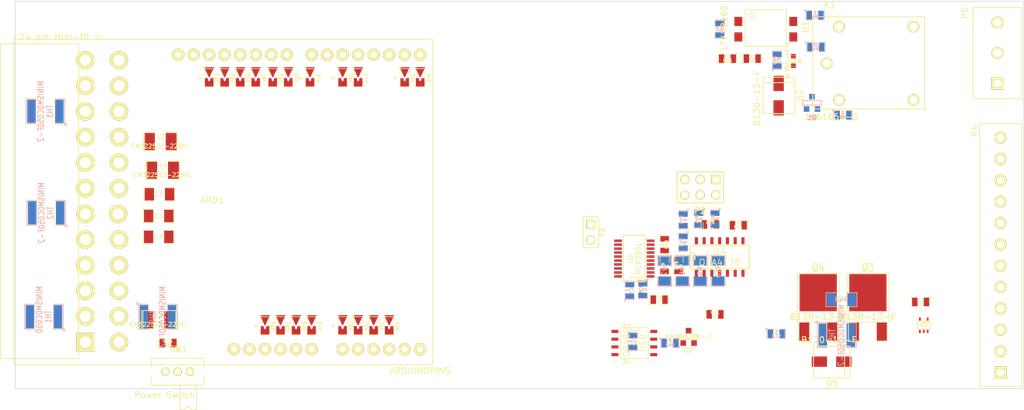
<source format=kicad_pcb>
(kicad_pcb (version 3) (host pcbnew "(2013-07-07 BZR 4022)-stable")

  (general
    (links 227)
    (no_connects 227)
    (area 125.171999 97.993999 290.372001 161.594001)
    (thickness 1.6)
    (drawings 4)
    (tracks 0)
    (zones 0)
    (modules 80)
    (nets 90)
  )

  (page USLedger)
  (title_block 
    (title BenchBudEE)
    (rev A)
    (company "Contextual Electronics")
  )

  (layers
    (15 F.Cu signal)
    (2 PWR power)
    (1 GND power)
    (0 B.Cu signal)
    (16 B.Adhes user)
    (17 F.Adhes user)
    (18 B.Paste user)
    (19 F.Paste user)
    (20 B.SilkS user)
    (21 F.SilkS user)
    (22 B.Mask user)
    (23 F.Mask user)
    (28 Edge.Cuts user)
  )

  (setup
    (last_trace_width 0.254)
    (user_trace_width 0.1524)
    (trace_clearance 0.254)
    (zone_clearance 0.508)
    (zone_45_only no)
    (trace_min 0.1524)
    (segment_width 0.2)
    (edge_width 0.1)
    (via_size 0.889)
    (via_drill 0.635)
    (via_min_size 0.508)
    (via_min_drill 0.3302)
    (user_via 0.508 0.3302)
    (uvia_size 0.508)
    (uvia_drill 0.127)
    (uvias_allowed no)
    (uvia_min_size 0.508)
    (uvia_min_drill 0.127)
    (pcb_text_width 0.3)
    (pcb_text_size 1.5 1.5)
    (mod_edge_width 0.15)
    (mod_text_size 1 1)
    (mod_text_width 0.15)
    (pad_size 1.4 1.4)
    (pad_drill 0.8)
    (pad_to_mask_clearance 0.254)
    (solder_mask_min_width 0.127)
    (aux_axis_origin 0 0)
    (visible_elements 7FFFFBFF)
    (pcbplotparams
      (layerselection 3178497)
      (usegerberextensions true)
      (excludeedgelayer true)
      (linewidth 0.150000)
      (plotframeref false)
      (viasonmask false)
      (mode 1)
      (useauxorigin false)
      (hpglpennumber 1)
      (hpglpenspeed 20)
      (hpglpendiameter 15)
      (hpglpenoverlay 2)
      (psnegative false)
      (psa4output false)
      (plotreference true)
      (plotvalue true)
      (plotothertext true)
      (plotinvisibletext false)
      (padsonsilk false)
      (subtractmaskfromsilk false)
      (outputformat 1)
      (mirror false)
      (drillshape 1)
      (scaleselection 1)
      (outputdirectory ""))
  )

  (net 0 "")
  (net 1 +12C)
  (net 2 +12P)
  (net 3 +12V)
  (net 4 +3.3V)
  (net 5 +5P)
  (net 6 +5V)
  (net 7 -12P)
  (net 8 -12V)
  (net 9 /Arduino/CURR_MEAS)
  (net 10 /Arduino/FAN_MODE)
  (net 11 /Arduino/FAN_PWM)
  (net 12 /Arduino/LED_EN_PWM)
  (net 13 /Arduino/MISO)
  (net 14 /Arduino/MOSI)
  (net 15 /Arduino/RELAY+)
  (net 16 /Arduino/RELAY-)
  (net 17 /Arduino/SCLK)
  (net 18 /Arduino/V+_ADJ_MON)
  (net 19 /Arduino/V-_ADJ_MON)
  (net 20 /Arduino/~ADC_CS)
  (net 21 /Arduino/~DR)
  (net 22 /Arduino/~LDAC)
  (net 23 /Arduino/~RESET)
  (net 24 /Fan/CS_N)
  (net 25 /Fan/FAN_OUT+)
  (net 26 /Fan/FAN_OUT-)
  (net 27 /Fan/TACH_IN)
  (net 28 /Fan/~SDHN)
  (net 29 /LED_Driver/LED_STRING+)
  (net 30 /LED_Driver/LED_STRING-)
  (net 31 /PowerAdjustmentMonitor/V+_ADJ)
  (net 32 /PowerAdjustmentMonitor/V-_ADJ)
  (net 33 /Relay/RELAY_COM)
  (net 34 /Relay/RELAY_NC)
  (net 35 /Relay/RELAY_NO)
  (net 36 /Thermocouple/CH0+)
  (net 37 /Thermocouple/CH0-)
  (net 38 /Thermocouple/CH1+)
  (net 39 /Thermocouple/CH1-)
  (net 40 AGND)
  (net 41 GND)
  (net 42 N-00000100)
  (net 43 N-00000113)
  (net 44 N-00000115)
  (net 45 N-00000122)
  (net 46 N-00000124)
  (net 47 N-00000125)
  (net 48 N-0000035)
  (net 49 N-0000036)
  (net 50 N-0000037)
  (net 51 N-0000042)
  (net 52 N-0000043)
  (net 53 N-0000047)
  (net 54 N-0000048)
  (net 55 N-0000049)
  (net 56 N-0000050)
  (net 57 N-0000051)
  (net 58 N-0000053)
  (net 59 N-0000054)
  (net 60 N-0000055)
  (net 61 N-0000056)
  (net 62 N-0000057)
  (net 63 N-0000058)
  (net 64 N-0000059)
  (net 65 N-0000060)
  (net 66 N-0000061)
  (net 67 N-0000062)
  (net 68 N-0000063)
  (net 69 N-0000064)
  (net 70 N-0000067)
  (net 71 N-0000068)
  (net 72 N-0000071)
  (net 73 N-0000073)
  (net 74 N-0000074)
  (net 75 N-0000078)
  (net 76 N-0000079)
  (net 77 N-0000083)
  (net 78 N-0000084)
  (net 79 N-0000086)
  (net 80 N-0000087)
  (net 81 N-0000088)
  (net 82 N-0000089)
  (net 83 N-0000090)
  (net 84 N-0000091)
  (net 85 N-0000092)
  (net 86 N-0000093)
  (net 87 N-0000094)
  (net 88 N-0000095)
  (net 89 N-0000096)

  (net_class Default "This is the default net class."
    (clearance 0.254)
    (trace_width 0.254)
    (via_dia 0.889)
    (via_drill 0.635)
    (uvia_dia 0.508)
    (uvia_drill 0.127)
    (add_net "")
    (add_net +12C)
    (add_net +12P)
    (add_net +12V)
    (add_net +3.3V)
    (add_net +5P)
    (add_net +5V)
    (add_net -12P)
    (add_net -12V)
    (add_net /Arduino/CURR_MEAS)
    (add_net /Arduino/FAN_MODE)
    (add_net /Arduino/FAN_PWM)
    (add_net /Arduino/LED_EN_PWM)
    (add_net /Arduino/MISO)
    (add_net /Arduino/MOSI)
    (add_net /Arduino/RELAY+)
    (add_net /Arduino/RELAY-)
    (add_net /Arduino/SCLK)
    (add_net /Arduino/V+_ADJ_MON)
    (add_net /Arduino/V-_ADJ_MON)
    (add_net /Arduino/~ADC_CS)
    (add_net /Arduino/~DR)
    (add_net /Arduino/~LDAC)
    (add_net /Arduino/~RESET)
    (add_net /Fan/CS_N)
    (add_net /Fan/FAN_OUT+)
    (add_net /Fan/FAN_OUT-)
    (add_net /Fan/TACH_IN)
    (add_net /Fan/~SDHN)
    (add_net /LED_Driver/LED_STRING+)
    (add_net /LED_Driver/LED_STRING-)
    (add_net /PowerAdjustmentMonitor/V+_ADJ)
    (add_net /PowerAdjustmentMonitor/V-_ADJ)
    (add_net /Relay/RELAY_COM)
    (add_net /Relay/RELAY_NC)
    (add_net /Relay/RELAY_NO)
    (add_net /Thermocouple/CH0+)
    (add_net /Thermocouple/CH0-)
    (add_net /Thermocouple/CH1+)
    (add_net /Thermocouple/CH1-)
    (add_net AGND)
    (add_net GND)
    (add_net N-00000100)
    (add_net N-00000113)
    (add_net N-00000115)
    (add_net N-00000122)
    (add_net N-00000124)
    (add_net N-00000125)
    (add_net N-0000035)
    (add_net N-0000036)
    (add_net N-0000037)
    (add_net N-0000042)
    (add_net N-0000043)
    (add_net N-0000047)
    (add_net N-0000048)
    (add_net N-0000049)
    (add_net N-0000050)
    (add_net N-0000051)
    (add_net N-0000053)
    (add_net N-0000054)
    (add_net N-0000055)
    (add_net N-0000056)
    (add_net N-0000057)
    (add_net N-0000058)
    (add_net N-0000059)
    (add_net N-0000060)
    (add_net N-0000061)
    (add_net N-0000062)
    (add_net N-0000063)
    (add_net N-0000064)
    (add_net N-0000067)
    (add_net N-0000068)
    (add_net N-0000071)
    (add_net N-0000073)
    (add_net N-0000074)
    (add_net N-0000078)
    (add_net N-0000079)
    (add_net N-0000083)
    (add_net N-0000084)
    (add_net N-0000086)
    (add_net N-0000087)
    (add_net N-0000088)
    (add_net N-0000089)
    (add_net N-0000090)
    (add_net N-0000091)
    (add_net N-0000092)
    (add_net N-0000093)
    (add_net N-0000094)
    (add_net N-0000095)
    (add_net N-0000096)
  )

  (module TE-SPDT (layer F.Cu) (tedit 53025CB3) (tstamp 5303A8B5)
    (at 258.064 108.204)
    (path /52ED1C4D/52F62EE5)
    (fp_text reference K1 (at 0.508 -9.525) (layer F.SilkS)
      (effects (font (size 1 1) (thickness 0.15)))
    )
    (fp_text value 1461069-5 (at 0.762 8.763) (layer F.SilkS)
      (effects (font (size 1 1) (thickness 0.15)))
    )
    (fp_line (start 16.002 -7.62) (end 16.002 7.493) (layer F.SilkS) (width 0.15))
    (fp_line (start -2.286 -7.62) (end -2.286 7.493) (layer F.SilkS) (width 0.15))
    (fp_line (start -2.286 -7.62) (end 16.002 -7.62) (layer F.SilkS) (width 0.15))
    (fp_line (start -2.286 7.493) (end 16.002 7.493) (layer F.SilkS) (width 0.15))
    (pad 1 thru_hole circle (at 0 0) (size 1.905 1.905) (drill 1.27)
      (layers *.Cu *.Mask F.SilkS)
      (net 33 /Relay/RELAY_COM)
    )
    (pad 2 thru_hole circle (at 2.0066 -5.9944) (size 1.905 1.905) (drill 1.27)
      (layers *.Cu *.Mask F.SilkS)
      (net 83 N-0000090)
    )
    (pad 3 thru_hole circle (at 14.1986 -5.9944) (size 1.905 1.905) (drill 1.27)
      (layers *.Cu *.Mask F.SilkS)
      (net 35 /Relay/RELAY_NO)
    )
    (pad 4 thru_hole circle (at 14.1986 5.9944) (size 1.905 1.905) (drill 1.27)
      (layers *.Cu *.Mask F.SilkS)
      (net 34 /Relay/RELAY_NC)
    )
    (pad 5 thru_hole circle (at 2.0066 5.9944) (size 1.905 1.905) (drill 1.27)
      (layers *.Cu *.Mask F.SilkS)
      (net 84 N-0000091)
    )
  )

  (module SOT23EBC (layer B.Cu) (tedit 3F980186) (tstamp 5303A800)
    (at 255.651 114.681)
    (descr "Module CMS SOT23 Transistore EBC")
    (tags "CMS SOT")
    (path /52ED1C4D/52F62940)
    (attr smd)
    (fp_text reference Q1 (at 0 2.413) (layer B.SilkS)
      (effects (font (size 0.762 0.762) (thickness 0.2032)) (justify mirror))
    )
    (fp_text value 2N3904 (at 0 0) (layer B.SilkS) hide
      (effects (font (size 0.762 0.762) (thickness 0.2032)) (justify mirror))
    )
    (fp_line (start -1.524 0.381) (end 1.524 0.381) (layer B.SilkS) (width 0.127))
    (fp_line (start 1.524 0.381) (end 1.524 -0.381) (layer B.SilkS) (width 0.127))
    (fp_line (start 1.524 -0.381) (end -1.524 -0.381) (layer B.SilkS) (width 0.127))
    (fp_line (start -1.524 -0.381) (end -1.524 0.381) (layer B.SilkS) (width 0.127))
    (pad 1 smd rect (at -0.889 1.016) (size 0.9144 0.9144)
      (layers B.Cu B.Paste B.Mask)
      (net 80 N-0000087)
    )
    (pad 2 smd rect (at 0.889 1.016) (size 0.9144 0.9144)
      (layers B.Cu B.Paste B.Mask)
      (net 81 N-0000088)
    )
    (pad 3 smd rect (at 0 -1.016) (size 0.9144 0.9144)
      (layers B.Cu B.Paste B.Mask)
      (net 84 N-0000091)
    )
    (model smd/cms_sot23.wrl
      (at (xyz 0 0 0))
      (scale (xyz 0.13 0.15 0.15))
      (rotate (xyz 0 0 0))
    )
  )

  (module SMA (layer F.Cu) (tedit 53025387) (tstamp 5303A84E)
    (at 250.19 111.506 270)
    (path /52ED1C4D/52F631F1)
    (fp_text reference D2 (at 1.905 -3.556 270) (layer F.SilkS)
      (effects (font (size 1 1) (thickness 0.15)))
    )
    (fp_text value B130-13-F (at 2.413 3.556 270) (layer F.SilkS)
      (effects (font (size 1 1) (thickness 0.15)))
    )
    (fp_line (start -0.127 -2.413) (end -0.127 -2.667) (layer F.SilkS) (width 0.15))
    (fp_line (start -0.127 -2.54) (end -0.127 2.413) (layer F.SilkS) (width 0.15))
    (fp_line (start -1.016 -2.286) (end -1.016 2.54) (layer F.SilkS) (width 0.15))
    (fp_line (start -1.016 2.54) (end 4.699 2.54) (layer F.SilkS) (width 0.15))
    (fp_line (start 4.699 2.54) (end 4.953 2.54) (layer F.SilkS) (width 0.15))
    (fp_line (start 4.953 2.54) (end 4.953 -2.667) (layer F.SilkS) (width 0.15))
    (fp_line (start 4.953 -2.667) (end -1.016 -2.667) (layer F.SilkS) (width 0.15))
    (fp_line (start -1.016 -2.667) (end -1.016 -2.159) (layer F.SilkS) (width 0.15))
    (pad 2 smd rect (at 0 0 270) (size 2.5 1.7)
      (layers F.Cu F.Paste F.Mask)
      (net 83 N-0000090)
    )
    (pad 1 smd rect (at 4 0 270) (size 2.5 1.7)
      (layers F.Cu F.Paste F.Mask)
      (net 84 N-0000091)
    )
  )

  (module SM0805 (layer B.Cu) (tedit 5091495C) (tstamp 5303A75A)
    (at 256.286 105.537)
    (path /52ED1C4D/52F62FC5)
    (attr smd)
    (fp_text reference R4 (at 0 0.3175) (layer B.SilkS)
      (effects (font (size 0.50038 0.50038) (thickness 0.10922)) (justify mirror))
    )
    (fp_text value 100 (at 0 -0.381) (layer B.SilkS)
      (effects (font (size 0.50038 0.50038) (thickness 0.10922)) (justify mirror))
    )
    (fp_circle (center -1.651 -0.762) (end -1.651 -0.635) (layer B.SilkS) (width 0.09906))
    (fp_line (start -0.508 -0.762) (end -1.524 -0.762) (layer B.SilkS) (width 0.09906))
    (fp_line (start -1.524 -0.762) (end -1.524 0.762) (layer B.SilkS) (width 0.09906))
    (fp_line (start -1.524 0.762) (end -0.508 0.762) (layer B.SilkS) (width 0.09906))
    (fp_line (start 0.508 0.762) (end 1.524 0.762) (layer B.SilkS) (width 0.09906))
    (fp_line (start 1.524 0.762) (end 1.524 -0.762) (layer B.SilkS) (width 0.09906))
    (fp_line (start 1.524 -0.762) (end 0.508 -0.762) (layer B.SilkS) (width 0.09906))
    (pad 1 smd rect (at -0.9525 0) (size 0.889 1.397)
      (layers B.Cu B.Paste B.Mask)
      (net 86 N-0000093)
    )
    (pad 2 smd rect (at 0.9525 0) (size 0.889 1.397)
      (layers B.Cu B.Paste B.Mask)
      (net 81 N-0000088)
    )
    (model smd/chip_cms.wrl
      (at (xyz 0 0 0))
      (scale (xyz 0.1 0.1 0.1))
      (rotate (xyz 0 0 0))
    )
  )

  (module SM0805 (layer F.Cu) (tedit 5091495C) (tstamp 5303A74C)
    (at 245.872 107.442)
    (path /52ED1C4D/52F62FE8)
    (attr smd)
    (fp_text reference R3 (at 0 -0.3175) (layer F.SilkS)
      (effects (font (size 0.50038 0.50038) (thickness 0.10922)))
    )
    (fp_text value 0 (at 0 0.381) (layer F.SilkS)
      (effects (font (size 0.50038 0.50038) (thickness 0.10922)))
    )
    (fp_circle (center -1.651 0.762) (end -1.651 0.635) (layer F.SilkS) (width 0.09906))
    (fp_line (start -0.508 0.762) (end -1.524 0.762) (layer F.SilkS) (width 0.09906))
    (fp_line (start -1.524 0.762) (end -1.524 -0.762) (layer F.SilkS) (width 0.09906))
    (fp_line (start -1.524 -0.762) (end -0.508 -0.762) (layer F.SilkS) (width 0.09906))
    (fp_line (start 0.508 -0.762) (end 1.524 -0.762) (layer F.SilkS) (width 0.09906))
    (fp_line (start 1.524 -0.762) (end 1.524 0.762) (layer F.SilkS) (width 0.09906))
    (fp_line (start 1.524 0.762) (end 0.508 0.762) (layer F.SilkS) (width 0.09906))
    (pad 1 smd rect (at -0.9525 0) (size 0.889 1.397)
      (layers F.Cu F.Paste F.Mask)
      (net 2 +12P)
    )
    (pad 2 smd rect (at 0.9525 0) (size 0.889 1.397)
      (layers F.Cu F.Paste F.Mask)
      (net 87 N-0000094)
    )
    (model smd/chip_cms.wrl
      (at (xyz 0 0 0))
      (scale (xyz 0.1 0.1 0.1))
      (rotate (xyz 0 0 0))
    )
  )

  (module SM0805 (layer B.Cu) (tedit 5091495C) (tstamp 5303A73E)
    (at 240.538 102.616 270)
    (path /52ED1C4D/52F6308B)
    (attr smd)
    (fp_text reference R1 (at 0 0.3175 270) (layer B.SilkS)
      (effects (font (size 0.50038 0.50038) (thickness 0.10922)) (justify mirror))
    )
    (fp_text value 500 (at 0 -0.381 270) (layer B.SilkS)
      (effects (font (size 0.50038 0.50038) (thickness 0.10922)) (justify mirror))
    )
    (fp_circle (center -1.651 -0.762) (end -1.651 -0.635) (layer B.SilkS) (width 0.09906))
    (fp_line (start -0.508 -0.762) (end -1.524 -0.762) (layer B.SilkS) (width 0.09906))
    (fp_line (start -1.524 -0.762) (end -1.524 0.762) (layer B.SilkS) (width 0.09906))
    (fp_line (start -1.524 0.762) (end -0.508 0.762) (layer B.SilkS) (width 0.09906))
    (fp_line (start 0.508 0.762) (end 1.524 0.762) (layer B.SilkS) (width 0.09906))
    (fp_line (start 1.524 0.762) (end 1.524 -0.762) (layer B.SilkS) (width 0.09906))
    (fp_line (start 1.524 -0.762) (end 0.508 -0.762) (layer B.SilkS) (width 0.09906))
    (pad 1 smd rect (at -0.9525 0 270) (size 0.889 1.397)
      (layers B.Cu B.Paste B.Mask)
      (net 16 /Arduino/RELAY-)
    )
    (pad 2 smd rect (at 0.9525 0 270) (size 0.889 1.397)
      (layers B.Cu B.Paste B.Mask)
      (net 85 N-0000092)
    )
    (model smd/chip_cms.wrl
      (at (xyz 0 0 0))
      (scale (xyz 0.1 0.1 0.1))
      (rotate (xyz 0 0 0))
    )
  )

  (module SM0805 (layer B.Cu) (tedit 5091495C) (tstamp 5303A730)
    (at 256.159 100.33)
    (path /52ED1C4D/53024F23)
    (attr smd)
    (fp_text reference R5 (at 0 0.3175) (layer B.SilkS)
      (effects (font (size 0.50038 0.50038) (thickness 0.10922)) (justify mirror))
    )
    (fp_text value 0 (at 0 -0.381) (layer B.SilkS)
      (effects (font (size 0.50038 0.50038) (thickness 0.10922)) (justify mirror))
    )
    (fp_circle (center -1.651 -0.762) (end -1.651 -0.635) (layer B.SilkS) (width 0.09906))
    (fp_line (start -0.508 -0.762) (end -1.524 -0.762) (layer B.SilkS) (width 0.09906))
    (fp_line (start -1.524 -0.762) (end -1.524 0.762) (layer B.SilkS) (width 0.09906))
    (fp_line (start -1.524 0.762) (end -0.508 0.762) (layer B.SilkS) (width 0.09906))
    (fp_line (start 0.508 0.762) (end 1.524 0.762) (layer B.SilkS) (width 0.09906))
    (fp_line (start 1.524 0.762) (end 1.524 -0.762) (layer B.SilkS) (width 0.09906))
    (fp_line (start 1.524 -0.762) (end 0.508 -0.762) (layer B.SilkS) (width 0.09906))
    (pad 1 smd rect (at -0.9525 0) (size 0.889 1.397)
      (layers B.Cu B.Paste B.Mask)
      (net 2 +12P)
    )
    (pad 2 smd rect (at 0.9525 0) (size 0.889 1.397)
      (layers B.Cu B.Paste B.Mask)
      (net 83 N-0000090)
    )
    (model smd/chip_cms.wrl
      (at (xyz 0 0 0))
      (scale (xyz 0.1 0.1 0.1))
      (rotate (xyz 0 0 0))
    )
  )

  (module SM0805 (layer B.Cu) (tedit 5091495C) (tstamp 5303A722)
    (at 249.936 107.696 90)
    (path /52ED1C4D/52F62F9C)
    (attr smd)
    (fp_text reference R2 (at 0 0.3175 90) (layer B.SilkS)
      (effects (font (size 0.50038 0.50038) (thickness 0.10922)) (justify mirror))
    )
    (fp_text value 200 (at 0 -0.381 90) (layer B.SilkS)
      (effects (font (size 0.50038 0.50038) (thickness 0.10922)) (justify mirror))
    )
    (fp_circle (center -1.651 -0.762) (end -1.651 -0.635) (layer B.SilkS) (width 0.09906))
    (fp_line (start -0.508 -0.762) (end -1.524 -0.762) (layer B.SilkS) (width 0.09906))
    (fp_line (start -1.524 -0.762) (end -1.524 0.762) (layer B.SilkS) (width 0.09906))
    (fp_line (start -1.524 0.762) (end -0.508 0.762) (layer B.SilkS) (width 0.09906))
    (fp_line (start 0.508 0.762) (end 1.524 0.762) (layer B.SilkS) (width 0.09906))
    (fp_line (start 1.524 0.762) (end 1.524 -0.762) (layer B.SilkS) (width 0.09906))
    (fp_line (start 1.524 -0.762) (end 0.508 -0.762) (layer B.SilkS) (width 0.09906))
    (pad 1 smd rect (at -0.9525 0 90) (size 0.889 1.397)
      (layers B.Cu B.Paste B.Mask)
      (net 82 N-0000089)
    )
    (pad 2 smd rect (at 0.9525 0 90) (size 0.889 1.397)
      (layers B.Cu B.Paste B.Mask)
      (net 41 GND)
    )
    (model smd/chip_cms.wrl
      (at (xyz 0 0 0))
      (scale (xyz 0.1 0.1 0.1))
      (rotate (xyz 0 0 0))
    )
  )

  (module SM0805 (layer B.Cu) (tedit 5091495C) (tstamp 5303A714)
    (at 260.731 116.713)
    (path /52ED1C4D/52F62931)
    (attr smd)
    (fp_text reference R6 (at 0 0.3175) (layer B.SilkS)
      (effects (font (size 0.50038 0.50038) (thickness 0.10922)) (justify mirror))
    )
    (fp_text value 0 (at 0 -0.381) (layer B.SilkS)
      (effects (font (size 0.50038 0.50038) (thickness 0.10922)) (justify mirror))
    )
    (fp_circle (center -1.651 -0.762) (end -1.651 -0.635) (layer B.SilkS) (width 0.09906))
    (fp_line (start -0.508 -0.762) (end -1.524 -0.762) (layer B.SilkS) (width 0.09906))
    (fp_line (start -1.524 -0.762) (end -1.524 0.762) (layer B.SilkS) (width 0.09906))
    (fp_line (start -1.524 0.762) (end -0.508 0.762) (layer B.SilkS) (width 0.09906))
    (fp_line (start 0.508 0.762) (end 1.524 0.762) (layer B.SilkS) (width 0.09906))
    (fp_line (start 1.524 0.762) (end 1.524 -0.762) (layer B.SilkS) (width 0.09906))
    (fp_line (start 1.524 -0.762) (end 0.508 -0.762) (layer B.SilkS) (width 0.09906))
    (pad 1 smd rect (at -0.9525 0) (size 0.889 1.397)
      (layers B.Cu B.Paste B.Mask)
      (net 80 N-0000087)
    )
    (pad 2 smd rect (at 0.9525 0) (size 0.889 1.397)
      (layers B.Cu B.Paste B.Mask)
      (net 41 GND)
    )
    (model smd/chip_cms.wrl
      (at (xyz 0 0 0))
      (scale (xyz 0.1 0.1 0.1))
      (rotate (xyz 0 0 0))
    )
  )

  (module LED-0603 (layer F.Cu) (tedit 4E16AFB4) (tstamp 5303A6F8)
    (at 252.603 107.823 270)
    (descr "LED 0603 smd package")
    (tags "LED led 0603 SMD smd SMT smt smdled SMDLED smtled SMTLED")
    (path /52ED1C4D/52F6294F)
    (attr smd)
    (fp_text reference D1 (at 0 -1.016 270) (layer F.SilkS)
      (effects (font (size 0.508 0.508) (thickness 0.127)))
    )
    (fp_text value "LG Q971-KN-1" (at 0 1.016 270) (layer F.SilkS)
      (effects (font (size 0.508 0.508) (thickness 0.127)))
    )
    (fp_line (start 0.44958 -0.44958) (end 0.44958 0.44958) (layer F.SilkS) (width 0.06604))
    (fp_line (start 0.44958 0.44958) (end 0.84836 0.44958) (layer F.SilkS) (width 0.06604))
    (fp_line (start 0.84836 -0.44958) (end 0.84836 0.44958) (layer F.SilkS) (width 0.06604))
    (fp_line (start 0.44958 -0.44958) (end 0.84836 -0.44958) (layer F.SilkS) (width 0.06604))
    (fp_line (start -0.84836 -0.44958) (end -0.84836 0.44958) (layer F.SilkS) (width 0.06604))
    (fp_line (start -0.84836 0.44958) (end -0.44958 0.44958) (layer F.SilkS) (width 0.06604))
    (fp_line (start -0.44958 -0.44958) (end -0.44958 0.44958) (layer F.SilkS) (width 0.06604))
    (fp_line (start -0.84836 -0.44958) (end -0.44958 -0.44958) (layer F.SilkS) (width 0.06604))
    (fp_line (start 0 -0.44958) (end 0 -0.29972) (layer F.SilkS) (width 0.06604))
    (fp_line (start 0 -0.29972) (end 0.29972 -0.29972) (layer F.SilkS) (width 0.06604))
    (fp_line (start 0.29972 -0.44958) (end 0.29972 -0.29972) (layer F.SilkS) (width 0.06604))
    (fp_line (start 0 -0.44958) (end 0.29972 -0.44958) (layer F.SilkS) (width 0.06604))
    (fp_line (start 0 0.29972) (end 0 0.44958) (layer F.SilkS) (width 0.06604))
    (fp_line (start 0 0.44958) (end 0.29972 0.44958) (layer F.SilkS) (width 0.06604))
    (fp_line (start 0.29972 0.29972) (end 0.29972 0.44958) (layer F.SilkS) (width 0.06604))
    (fp_line (start 0 0.29972) (end 0.29972 0.29972) (layer F.SilkS) (width 0.06604))
    (fp_line (start 0 -0.14986) (end 0 0.14986) (layer F.SilkS) (width 0.06604))
    (fp_line (start 0 0.14986) (end 0.29972 0.14986) (layer F.SilkS) (width 0.06604))
    (fp_line (start 0.29972 -0.14986) (end 0.29972 0.14986) (layer F.SilkS) (width 0.06604))
    (fp_line (start 0 -0.14986) (end 0.29972 -0.14986) (layer F.SilkS) (width 0.06604))
    (fp_line (start 0.44958 -0.39878) (end -0.44958 -0.39878) (layer F.SilkS) (width 0.1016))
    (fp_line (start 0.44958 0.39878) (end -0.44958 0.39878) (layer F.SilkS) (width 0.1016))
    (pad 1 smd rect (at -0.7493 0 270) (size 0.79756 0.79756)
      (layers F.Cu F.Paste F.Mask)
      (net 86 N-0000093)
    )
    (pad 2 smd rect (at 0.7493 0 270) (size 0.79756 0.79756)
      (layers F.Cu F.Paste F.Mask)
      (net 82 N-0000089)
    )
  )

  (module 4-SMD (layer F.Cu) (tedit 53024C83) (tstamp 5303A8A7)
    (at 243.586 101.346 270)
    (path /52ED1C4D/53024C73)
    (fp_text reference U1 (at 0.889 -11.049 270) (layer F.SilkS)
      (effects (font (size 1 1) (thickness 0.15)))
    )
    (fp_text value LTV-816S (at 1.016 2.286 270) (layer F.SilkS)
      (effects (font (size 1 1) (thickness 0.15)))
    )
    (fp_circle (center -0.889 -2.159) (end -0.635 -2.54) (layer F.SilkS) (width 0.15))
    (fp_line (start -1.905 -1.143) (end 4.064 -1.143) (layer F.SilkS) (width 0.15))
    (fp_line (start 4.064 -1.143) (end 4.064 -7.874) (layer F.SilkS) (width 0.15))
    (fp_line (start 4.064 -7.874) (end -1.397 -7.874) (layer F.SilkS) (width 0.15))
    (fp_line (start -1.397 -7.874) (end -1.905 -7.874) (layer F.SilkS) (width 0.15))
    (fp_line (start -1.905 -7.874) (end -1.905 -1.143) (layer F.SilkS) (width 0.15))
    (pad 1 smd rect (at 0 0 270) (size 1.5 1.3)
      (layers F.Cu F.Paste F.Mask)
      (net 15 /Arduino/RELAY+)
    )
    (pad 2 smd rect (at 2.54 0 270) (size 1.5 1.3)
      (layers F.Cu F.Paste F.Mask)
      (net 85 N-0000092)
    )
    (pad 3 smd rect (at 2.54 -9 270) (size 1.5 1.3)
      (layers F.Cu F.Paste F.Mask)
      (net 86 N-0000093)
    )
    (pad 4 smd rect (at 0 -9 270) (size 1.5 1.3)
      (layers F.Cu F.Paste F.Mask)
      (net 87 N-0000094)
    )
  )

  (module SOT353 (layer F.Cu) (tedit 503FB44B) (tstamp 5303A706)
    (at 273.939 151.13 90)
    (descr SOT353)
    (path /52ED1C3D/5303AA1C)
    (attr smd)
    (fp_text reference U3 (at 0.09906 0 180) (layer F.SilkS)
      (effects (font (size 0.762 0.635) (thickness 0.127)))
    )
    (fp_text value LMT84 (at 0.09906 0 180) (layer F.SilkS) hide
      (effects (font (size 0.762 0.635) (thickness 0.127)))
    )
    (fp_line (start 0.635 1.016) (end 0.635 -1.016) (layer F.SilkS) (width 0.1524))
    (fp_line (start 0.635 -1.016) (end -0.635 -1.016) (layer F.SilkS) (width 0.1524))
    (fp_line (start -0.635 -1.016) (end -0.635 1.016) (layer F.SilkS) (width 0.1524))
    (fp_line (start -0.635 1.016) (end 0.635 1.016) (layer F.SilkS) (width 0.1524))
    (pad 1 smd rect (at -1.016 -0.635 90) (size 0.508 0.3048)
      (layers F.Cu F.Paste F.Mask)
      (net 40 AGND)
    )
    (pad 3 smd rect (at -1.016 0.635 90) (size 0.508 0.3048)
      (layers F.Cu F.Paste F.Mask)
      (net 38 /Thermocouple/CH1+)
    )
    (pad 5 smd rect (at 1.016 -0.635 90) (size 0.508 0.3048)
      (layers F.Cu F.Paste F.Mask)
      (net 40 AGND)
    )
    (pad 2 smd rect (at -1.016 0 90) (size 0.508 0.3048)
      (layers F.Cu F.Paste F.Mask)
      (net 40 AGND)
    )
    (pad 4 smd rect (at 1.016 0.635 90) (size 0.508 0.3048)
      (layers F.Cu F.Paste F.Mask)
      (net 6 +5V)
    )
    (model smd/SOT23_5.wrl
      (at (xyz 0 0 0))
      (scale (xyz 0.07000000000000001 0.09 0.08))
      (rotate (xyz 0 0 90))
    )
  )

  (module SO14E (layer F.Cu) (tedit 42806FBF) (tstamp 5303A898)
    (at 240.538 139.827)
    (descr "module CMS SOJ 14 pins etroit")
    (tags "CMS SOJ")
    (path /52ED1C3D/52F12A0C)
    (attr smd)
    (fp_text reference U4 (at 0 -0.762) (layer F.SilkS)
      (effects (font (size 1.016 1.143) (thickness 0.127)))
    )
    (fp_text value OPA4170 (at 0 1.016) (layer F.SilkS)
      (effects (font (size 1.016 1.016) (thickness 0.127)))
    )
    (fp_line (start -4.826 -1.778) (end 4.826 -1.778) (layer F.SilkS) (width 0.2032))
    (fp_line (start 4.826 -1.778) (end 4.826 2.032) (layer F.SilkS) (width 0.2032))
    (fp_line (start 4.826 2.032) (end -4.826 2.032) (layer F.SilkS) (width 0.2032))
    (fp_line (start -4.826 2.032) (end -4.826 -1.778) (layer F.SilkS) (width 0.2032))
    (fp_line (start -4.826 -0.508) (end -4.064 -0.508) (layer F.SilkS) (width 0.2032))
    (fp_line (start -4.064 -0.508) (end -4.064 0.508) (layer F.SilkS) (width 0.2032))
    (fp_line (start -4.064 0.508) (end -4.826 0.508) (layer F.SilkS) (width 0.2032))
    (pad 1 smd rect (at -3.81 2.794) (size 0.508 1.143)
      (layers F.Cu F.Paste F.Mask)
      (net 36 /Thermocouple/CH0+)
    )
    (pad 2 smd rect (at -2.54 2.794) (size 0.508 1.143)
      (layers F.Cu F.Paste F.Mask)
      (net 77 N-0000083)
    )
    (pad 3 smd rect (at -1.27 2.794) (size 0.508 1.143)
      (layers F.Cu F.Paste F.Mask)
      (net 78 N-0000084)
    )
    (pad 4 smd rect (at 0 2.794) (size 0.508 1.143)
      (layers F.Cu F.Paste F.Mask)
      (net 3 +12V)
    )
    (pad 5 smd rect (at 1.27 2.794) (size 0.508 1.143)
      (layers F.Cu F.Paste F.Mask)
      (net 47 N-00000125)
    )
    (pad 6 smd rect (at 2.54 2.794) (size 0.508 1.143)
      (layers F.Cu F.Paste F.Mask)
      (net 9 /Arduino/CURR_MEAS)
    )
    (pad 7 smd rect (at 3.81 2.794) (size 0.508 1.143)
      (layers F.Cu F.Paste F.Mask)
      (net 46 N-00000124)
    )
    (pad 8 smd rect (at 3.81 -2.54) (size 0.508 1.143)
      (layers F.Cu F.Paste F.Mask)
      (net 69 N-0000064)
    )
    (pad 9 smd rect (at 2.54 -2.54) (size 0.508 1.143)
      (layers F.Cu F.Paste F.Mask)
      (net 76 N-0000079)
    )
    (pad 10 smd rect (at 1.27 -2.54) (size 0.508 1.143)
      (layers F.Cu F.Paste F.Mask)
    )
    (pad 11 smd rect (at 0 -2.54) (size 0.508 1.143)
      (layers F.Cu F.Paste F.Mask)
      (net 8 -12V)
    )
    (pad 12 smd rect (at -1.27 -2.54) (size 0.508 1.143)
      (layers F.Cu F.Paste F.Mask)
    )
    (pad 13 smd rect (at -2.54 -2.54) (size 0.508 1.143)
      (layers F.Cu F.Paste F.Mask)
      (net 75 N-0000078)
    )
    (pad 14 smd rect (at -3.81 -2.54) (size 0.508 1.143)
      (layers F.Cu F.Paste F.Mask)
      (net 79 N-0000086)
    )
    (model smd/cms_so14.wrl
      (at (xyz 0 0 0))
      (scale (xyz 0.5 0.3 0.5))
      (rotate (xyz 0 0 0))
    )
  )

  (module SM1206 (layer B.Cu) (tedit 42806E24) (tstamp 5303A818)
    (at 237.363 142.24 90)
    (path /52ED1C3D/52F12B22)
    (attr smd)
    (fp_text reference R9 (at 0 0 90) (layer B.SilkS)
      (effects (font (size 0.762 0.762) (thickness 0.127)) (justify mirror))
    )
    (fp_text value R (at 0 0 90) (layer B.SilkS) hide
      (effects (font (size 0.762 0.762) (thickness 0.127)) (justify mirror))
    )
    (fp_line (start -2.54 1.143) (end -2.54 -1.143) (layer B.SilkS) (width 0.127))
    (fp_line (start -2.54 -1.143) (end -0.889 -1.143) (layer B.SilkS) (width 0.127))
    (fp_line (start 0.889 1.143) (end 2.54 1.143) (layer B.SilkS) (width 0.127))
    (fp_line (start 2.54 1.143) (end 2.54 -1.143) (layer B.SilkS) (width 0.127))
    (fp_line (start 2.54 -1.143) (end 0.889 -1.143) (layer B.SilkS) (width 0.127))
    (fp_line (start -0.889 1.143) (end -2.54 1.143) (layer B.SilkS) (width 0.127))
    (pad 1 smd rect (at -1.651 0 90) (size 1.524 2.032)
      (layers B.Cu B.Paste B.Mask)
      (net 77 N-0000083)
    )
    (pad 2 smd rect (at 1.651 0 90) (size 1.524 2.032)
      (layers B.Cu B.Paste B.Mask)
      (net 69 N-0000064)
    )
    (model smd/chip_cms.wrl
      (at (xyz 0 0 0))
      (scale (xyz 0.17 0.16 0.16))
      (rotate (xyz 0 0 0))
    )
  )

  (module SM1206 (layer B.Cu) (tedit 42806E24) (tstamp 5303A83F)
    (at 231.521 142.24 270)
    (path /52ED1C3D/52F12B2E)
    (attr smd)
    (fp_text reference R7 (at 0 0 270) (layer B.SilkS)
      (effects (font (size 0.762 0.762) (thickness 0.127)) (justify mirror))
    )
    (fp_text value R (at 0 0 270) (layer B.SilkS) hide
      (effects (font (size 0.762 0.762) (thickness 0.127)) (justify mirror))
    )
    (fp_line (start -2.54 1.143) (end -2.54 -1.143) (layer B.SilkS) (width 0.127))
    (fp_line (start -2.54 -1.143) (end -0.889 -1.143) (layer B.SilkS) (width 0.127))
    (fp_line (start 0.889 1.143) (end 2.54 1.143) (layer B.SilkS) (width 0.127))
    (fp_line (start 2.54 1.143) (end 2.54 -1.143) (layer B.SilkS) (width 0.127))
    (fp_line (start 2.54 -1.143) (end 0.889 -1.143) (layer B.SilkS) (width 0.127))
    (fp_line (start -0.889 1.143) (end -2.54 1.143) (layer B.SilkS) (width 0.127))
    (pad 1 smd rect (at -1.651 0 270) (size 1.524 2.032)
      (layers B.Cu B.Paste B.Mask)
      (net 36 /Thermocouple/CH0+)
    )
    (pad 2 smd rect (at 1.651 0 270) (size 1.524 2.032)
      (layers B.Cu B.Paste B.Mask)
      (net 77 N-0000083)
    )
    (model smd/chip_cms.wrl
      (at (xyz 0 0 0))
      (scale (xyz 0.17 0.16 0.16))
      (rotate (xyz 0 0 0))
    )
  )

  (module SM1206 (layer B.Cu) (tedit 42806E24) (tstamp 5303A825)
    (at 240.284 142.24 90)
    (path /52ED1C3D/52F12B34)
    (attr smd)
    (fp_text reference R10 (at 0 0 90) (layer B.SilkS)
      (effects (font (size 0.762 0.762) (thickness 0.127)) (justify mirror))
    )
    (fp_text value R (at 0 0 90) (layer B.SilkS) hide
      (effects (font (size 0.762 0.762) (thickness 0.127)) (justify mirror))
    )
    (fp_line (start -2.54 1.143) (end -2.54 -1.143) (layer B.SilkS) (width 0.127))
    (fp_line (start -2.54 -1.143) (end -0.889 -1.143) (layer B.SilkS) (width 0.127))
    (fp_line (start 0.889 1.143) (end 2.54 1.143) (layer B.SilkS) (width 0.127))
    (fp_line (start 2.54 1.143) (end 2.54 -1.143) (layer B.SilkS) (width 0.127))
    (fp_line (start 2.54 -1.143) (end 0.889 -1.143) (layer B.SilkS) (width 0.127))
    (fp_line (start -0.889 1.143) (end -2.54 1.143) (layer B.SilkS) (width 0.127))
    (pad 1 smd rect (at -1.651 0 90) (size 1.524 2.032)
      (layers B.Cu B.Paste B.Mask)
      (net 78 N-0000084)
    )
    (pad 2 smd rect (at 1.651 0 90) (size 1.524 2.032)
      (layers B.Cu B.Paste B.Mask)
      (net 79 N-0000086)
    )
    (model smd/chip_cms.wrl
      (at (xyz 0 0 0))
      (scale (xyz 0.17 0.16 0.16))
      (rotate (xyz 0 0 0))
    )
  )

  (module SM1206 (layer B.Cu) (tedit 42806E24) (tstamp 5303A832)
    (at 234.442 142.24 270)
    (path /52ED1C3D/52F12B3A)
    (attr smd)
    (fp_text reference R8 (at 0 0 270) (layer B.SilkS)
      (effects (font (size 0.762 0.762) (thickness 0.127)) (justify mirror))
    )
    (fp_text value R (at 0 0 270) (layer B.SilkS) hide
      (effects (font (size 0.762 0.762) (thickness 0.127)) (justify mirror))
    )
    (fp_line (start -2.54 1.143) (end -2.54 -1.143) (layer B.SilkS) (width 0.127))
    (fp_line (start -2.54 -1.143) (end -0.889 -1.143) (layer B.SilkS) (width 0.127))
    (fp_line (start 0.889 1.143) (end 2.54 1.143) (layer B.SilkS) (width 0.127))
    (fp_line (start 2.54 1.143) (end 2.54 -1.143) (layer B.SilkS) (width 0.127))
    (fp_line (start 2.54 -1.143) (end 0.889 -1.143) (layer B.SilkS) (width 0.127))
    (fp_line (start -0.889 1.143) (end -2.54 1.143) (layer B.SilkS) (width 0.127))
    (pad 1 smd rect (at -1.651 0 270) (size 1.524 2.032)
      (layers B.Cu B.Paste B.Mask)
      (net 40 AGND)
    )
    (pad 2 smd rect (at 1.651 0 270) (size 1.524 2.032)
      (layers B.Cu B.Paste B.Mask)
      (net 78 N-0000084)
    )
    (model smd/chip_cms.wrl
      (at (xyz 0 0 0))
      (scale (xyz 0.17 0.16 0.16))
      (rotate (xyz 0 0 0))
    )
  )

  (module SM0805 (layer F.Cu) (tedit 5091495C) (tstamp 5303A768)
    (at 273.431 147.32 180)
    (path /52ED1C90/52F7B1BA)
    (attr smd)
    (fp_text reference C1 (at 0 -0.3175 180) (layer F.SilkS)
      (effects (font (size 0.50038 0.50038) (thickness 0.10922)))
    )
    (fp_text value C (at 0 0.381 180) (layer F.SilkS)
      (effects (font (size 0.50038 0.50038) (thickness 0.10922)))
    )
    (fp_circle (center -1.651 0.762) (end -1.651 0.635) (layer F.SilkS) (width 0.09906))
    (fp_line (start -0.508 0.762) (end -1.524 0.762) (layer F.SilkS) (width 0.09906))
    (fp_line (start -1.524 0.762) (end -1.524 -0.762) (layer F.SilkS) (width 0.09906))
    (fp_line (start -1.524 -0.762) (end -0.508 -0.762) (layer F.SilkS) (width 0.09906))
    (fp_line (start 0.508 -0.762) (end 1.524 -0.762) (layer F.SilkS) (width 0.09906))
    (fp_line (start 1.524 -0.762) (end 1.524 0.762) (layer F.SilkS) (width 0.09906))
    (fp_line (start 1.524 0.762) (end 0.508 0.762) (layer F.SilkS) (width 0.09906))
    (pad 1 smd rect (at -0.9525 0 180) (size 0.889 1.397)
      (layers F.Cu F.Paste F.Mask)
      (net 6 +5V)
    )
    (pad 2 smd rect (at 0.9525 0 180) (size 0.889 1.397)
      (layers F.Cu F.Paste F.Mask)
      (net 41 GND)
    )
    (model smd/chip_cms.wrl
      (at (xyz 0 0 0))
      (scale (xyz 0.1 0.1 0.1))
      (rotate (xyz 0 0 0))
    )
  )

  (module SM0805 (layer B.Cu) (tedit 5091495C) (tstamp 5303A776)
    (at 225.806 145.415 90)
    (path /52ED1C3D/5303B7CA)
    (attr smd)
    (fp_text reference C7 (at 0 0.3175 90) (layer B.SilkS)
      (effects (font (size 0.50038 0.50038) (thickness 0.10922)) (justify mirror))
    )
    (fp_text value C (at 0 -0.381 90) (layer B.SilkS)
      (effects (font (size 0.50038 0.50038) (thickness 0.10922)) (justify mirror))
    )
    (fp_circle (center -1.651 -0.762) (end -1.651 -0.635) (layer B.SilkS) (width 0.09906))
    (fp_line (start -0.508 -0.762) (end -1.524 -0.762) (layer B.SilkS) (width 0.09906))
    (fp_line (start -1.524 -0.762) (end -1.524 0.762) (layer B.SilkS) (width 0.09906))
    (fp_line (start -1.524 0.762) (end -0.508 0.762) (layer B.SilkS) (width 0.09906))
    (fp_line (start 0.508 0.762) (end 1.524 0.762) (layer B.SilkS) (width 0.09906))
    (fp_line (start 1.524 0.762) (end 1.524 -0.762) (layer B.SilkS) (width 0.09906))
    (fp_line (start 1.524 -0.762) (end 0.508 -0.762) (layer B.SilkS) (width 0.09906))
    (pad 1 smd rect (at -0.9525 0 90) (size 0.889 1.397)
      (layers B.Cu B.Paste B.Mask)
      (net 40 AGND)
    )
    (pad 2 smd rect (at 0.9525 0 90) (size 0.889 1.397)
      (layers B.Cu B.Paste B.Mask)
      (net 6 +5V)
    )
    (model smd/chip_cms.wrl
      (at (xyz 0 0 0))
      (scale (xyz 0.1 0.1 0.1))
      (rotate (xyz 0 0 0))
    )
  )

  (module SM0805 (layer B.Cu) (tedit 5091495C) (tstamp 5303A7F4)
    (at 227.965 145.288 270)
    (path /52ED1C3D/5303B677)
    (attr smd)
    (fp_text reference C8 (at 0 0.3175 270) (layer B.SilkS)
      (effects (font (size 0.50038 0.50038) (thickness 0.10922)) (justify mirror))
    )
    (fp_text value C (at 0 -0.381 270) (layer B.SilkS)
      (effects (font (size 0.50038 0.50038) (thickness 0.10922)) (justify mirror))
    )
    (fp_circle (center -1.651 -0.762) (end -1.651 -0.635) (layer B.SilkS) (width 0.09906))
    (fp_line (start -0.508 -0.762) (end -1.524 -0.762) (layer B.SilkS) (width 0.09906))
    (fp_line (start -1.524 -0.762) (end -1.524 0.762) (layer B.SilkS) (width 0.09906))
    (fp_line (start -1.524 0.762) (end -0.508 0.762) (layer B.SilkS) (width 0.09906))
    (fp_line (start 0.508 0.762) (end 1.524 0.762) (layer B.SilkS) (width 0.09906))
    (fp_line (start 1.524 0.762) (end 1.524 -0.762) (layer B.SilkS) (width 0.09906))
    (fp_line (start 1.524 -0.762) (end 0.508 -0.762) (layer B.SilkS) (width 0.09906))
    (pad 1 smd rect (at -0.9525 0 270) (size 0.889 1.397)
      (layers B.Cu B.Paste B.Mask)
      (net 6 +5V)
    )
    (pad 2 smd rect (at 0.9525 0 270) (size 0.889 1.397)
      (layers B.Cu B.Paste B.Mask)
      (net 40 AGND)
    )
    (model smd/chip_cms.wrl
      (at (xyz 0 0 0))
      (scale (xyz 0.1 0.1 0.1))
      (rotate (xyz 0 0 0))
    )
  )

  (module SM0805 (layer F.Cu) (tedit 5091495C) (tstamp 5303A784)
    (at 239.014 134.62)
    (path /52ED1C3D/5303AFB9)
    (attr smd)
    (fp_text reference C10 (at 0 -0.3175) (layer F.SilkS)
      (effects (font (size 0.50038 0.50038) (thickness 0.10922)))
    )
    (fp_text value C (at 0 0.381) (layer F.SilkS)
      (effects (font (size 0.50038 0.50038) (thickness 0.10922)))
    )
    (fp_circle (center -1.651 0.762) (end -1.651 0.635) (layer F.SilkS) (width 0.09906))
    (fp_line (start -0.508 0.762) (end -1.524 0.762) (layer F.SilkS) (width 0.09906))
    (fp_line (start -1.524 0.762) (end -1.524 -0.762) (layer F.SilkS) (width 0.09906))
    (fp_line (start -1.524 -0.762) (end -0.508 -0.762) (layer F.SilkS) (width 0.09906))
    (fp_line (start 0.508 -0.762) (end 1.524 -0.762) (layer F.SilkS) (width 0.09906))
    (fp_line (start 1.524 -0.762) (end 1.524 0.762) (layer F.SilkS) (width 0.09906))
    (fp_line (start 1.524 0.762) (end 0.508 0.762) (layer F.SilkS) (width 0.09906))
    (pad 1 smd rect (at -0.9525 0) (size 0.889 1.397)
      (layers F.Cu F.Paste F.Mask)
      (net 40 AGND)
    )
    (pad 2 smd rect (at 0.9525 0) (size 0.889 1.397)
      (layers F.Cu F.Paste F.Mask)
      (net 8 -12V)
    )
    (model smd/chip_cms.wrl
      (at (xyz 0 0 0))
      (scale (xyz 0.1 0.1 0.1))
      (rotate (xyz 0 0 0))
    )
  )

  (module SM0805 (layer F.Cu) (tedit 5091495C) (tstamp 5303A792)
    (at 239.776 149.352)
    (path /52ED1C3D/5303AEEE)
    (attr smd)
    (fp_text reference C11 (at 0 -0.3175) (layer F.SilkS)
      (effects (font (size 0.50038 0.50038) (thickness 0.10922)))
    )
    (fp_text value C (at 0 0.381) (layer F.SilkS)
      (effects (font (size 0.50038 0.50038) (thickness 0.10922)))
    )
    (fp_circle (center -1.651 0.762) (end -1.651 0.635) (layer F.SilkS) (width 0.09906))
    (fp_line (start -0.508 0.762) (end -1.524 0.762) (layer F.SilkS) (width 0.09906))
    (fp_line (start -1.524 0.762) (end -1.524 -0.762) (layer F.SilkS) (width 0.09906))
    (fp_line (start -1.524 -0.762) (end -0.508 -0.762) (layer F.SilkS) (width 0.09906))
    (fp_line (start 0.508 -0.762) (end 1.524 -0.762) (layer F.SilkS) (width 0.09906))
    (fp_line (start 1.524 -0.762) (end 1.524 0.762) (layer F.SilkS) (width 0.09906))
    (fp_line (start 1.524 0.762) (end 0.508 0.762) (layer F.SilkS) (width 0.09906))
    (pad 1 smd rect (at -0.9525 0) (size 0.889 1.397)
      (layers F.Cu F.Paste F.Mask)
      (net 40 AGND)
    )
    (pad 2 smd rect (at 0.9525 0) (size 0.889 1.397)
      (layers F.Cu F.Paste F.Mask)
      (net 3 +12V)
    )
    (model smd/chip_cms.wrl
      (at (xyz 0 0 0))
      (scale (xyz 0.1 0.1 0.1))
      (rotate (xyz 0 0 0))
    )
  )

  (module SM0805 (layer F.Cu) (tedit 5091495C) (tstamp 5303A7A0)
    (at 230.632 146.939)
    (path /52ED1C3D/5303AD83)
    (attr smd)
    (fp_text reference C9 (at 0 -0.3175) (layer F.SilkS)
      (effects (font (size 0.50038 0.50038) (thickness 0.10922)))
    )
    (fp_text value C (at 0 0.381) (layer F.SilkS)
      (effects (font (size 0.50038 0.50038) (thickness 0.10922)))
    )
    (fp_circle (center -1.651 0.762) (end -1.651 0.635) (layer F.SilkS) (width 0.09906))
    (fp_line (start -0.508 0.762) (end -1.524 0.762) (layer F.SilkS) (width 0.09906))
    (fp_line (start -1.524 0.762) (end -1.524 -0.762) (layer F.SilkS) (width 0.09906))
    (fp_line (start -1.524 -0.762) (end -0.508 -0.762) (layer F.SilkS) (width 0.09906))
    (fp_line (start 0.508 -0.762) (end 1.524 -0.762) (layer F.SilkS) (width 0.09906))
    (fp_line (start 1.524 -0.762) (end 1.524 0.762) (layer F.SilkS) (width 0.09906))
    (fp_line (start 1.524 0.762) (end 0.508 0.762) (layer F.SilkS) (width 0.09906))
    (pad 1 smd rect (at -0.9525 0) (size 0.889 1.397)
      (layers F.Cu F.Paste F.Mask)
      (net 6 +5V)
    )
    (pad 2 smd rect (at 0.9525 0) (size 0.889 1.397)
      (layers F.Cu F.Paste F.Mask)
      (net 40 AGND)
    )
    (model smd/chip_cms.wrl
      (at (xyz 0 0 0))
      (scale (xyz 0.1 0.1 0.1))
      (rotate (xyz 0 0 0))
    )
  )

  (module SM0805 (layer B.Cu) (tedit 5091495C) (tstamp 5303A7AE)
    (at 234.569 133.858 270)
    (path /52ED1C3D/53039E07)
    (attr smd)
    (fp_text reference R44 (at 0 0.3175 270) (layer B.SilkS)
      (effects (font (size 0.50038 0.50038) (thickness 0.10922)) (justify mirror))
    )
    (fp_text value R (at 0 -0.381 270) (layer B.SilkS)
      (effects (font (size 0.50038 0.50038) (thickness 0.10922)) (justify mirror))
    )
    (fp_circle (center -1.651 -0.762) (end -1.651 -0.635) (layer B.SilkS) (width 0.09906))
    (fp_line (start -0.508 -0.762) (end -1.524 -0.762) (layer B.SilkS) (width 0.09906))
    (fp_line (start -1.524 -0.762) (end -1.524 0.762) (layer B.SilkS) (width 0.09906))
    (fp_line (start -1.524 0.762) (end -0.508 0.762) (layer B.SilkS) (width 0.09906))
    (fp_line (start 0.508 0.762) (end 1.524 0.762) (layer B.SilkS) (width 0.09906))
    (fp_line (start 1.524 0.762) (end 1.524 -0.762) (layer B.SilkS) (width 0.09906))
    (fp_line (start 1.524 -0.762) (end 0.508 -0.762) (layer B.SilkS) (width 0.09906))
    (pad 1 smd rect (at -0.9525 0 270) (size 0.889 1.397)
      (layers B.Cu B.Paste B.Mask)
      (net 73 N-0000073)
    )
    (pad 2 smd rect (at 0.9525 0 270) (size 0.889 1.397)
      (layers B.Cu B.Paste B.Mask)
      (net 75 N-0000078)
    )
    (model smd/chip_cms.wrl
      (at (xyz 0 0 0))
      (scale (xyz 0.1 0.1 0.1))
      (rotate (xyz 0 0 0))
    )
  )

  (module SM0805 (layer B.Cu) (tedit 5091495C) (tstamp 5303A7BC)
    (at 237.109 133.731 270)
    (path /52ED1C3D/53039E01)
    (attr smd)
    (fp_text reference R45 (at 0 0.3175 270) (layer B.SilkS)
      (effects (font (size 0.50038 0.50038) (thickness 0.10922)) (justify mirror))
    )
    (fp_text value R (at 0 -0.381 270) (layer B.SilkS)
      (effects (font (size 0.50038 0.50038) (thickness 0.10922)) (justify mirror))
    )
    (fp_circle (center -1.651 -0.762) (end -1.651 -0.635) (layer B.SilkS) (width 0.09906))
    (fp_line (start -0.508 -0.762) (end -1.524 -0.762) (layer B.SilkS) (width 0.09906))
    (fp_line (start -1.524 -0.762) (end -1.524 0.762) (layer B.SilkS) (width 0.09906))
    (fp_line (start -1.524 0.762) (end -0.508 0.762) (layer B.SilkS) (width 0.09906))
    (fp_line (start 0.508 0.762) (end 1.524 0.762) (layer B.SilkS) (width 0.09906))
    (fp_line (start 1.524 0.762) (end 1.524 -0.762) (layer B.SilkS) (width 0.09906))
    (fp_line (start 1.524 -0.762) (end 0.508 -0.762) (layer B.SilkS) (width 0.09906))
    (pad 1 smd rect (at -0.9525 0 270) (size 0.889 1.397)
      (layers B.Cu B.Paste B.Mask)
      (net 72 N-0000071)
    )
    (pad 2 smd rect (at 0.9525 0 270) (size 0.889 1.397)
      (layers B.Cu B.Paste B.Mask)
      (net 75 N-0000078)
    )
    (model smd/chip_cms.wrl
      (at (xyz 0 0 0))
      (scale (xyz 0.1 0.1 0.1))
      (rotate (xyz 0 0 0))
    )
  )

  (module SM0805 (layer B.Cu) (tedit 5091495C) (tstamp 5303A7CA)
    (at 234.569 137.541 270)
    (path /52ED1C3D/52F12AFC)
    (attr smd)
    (fp_text reference R13 (at 0 0.3175 270) (layer B.SilkS)
      (effects (font (size 0.50038 0.50038) (thickness 0.10922)) (justify mirror))
    )
    (fp_text value R (at 0 -0.381 270) (layer B.SilkS)
      (effects (font (size 0.50038 0.50038) (thickness 0.10922)) (justify mirror))
    )
    (fp_circle (center -1.651 -0.762) (end -1.651 -0.635) (layer B.SilkS) (width 0.09906))
    (fp_line (start -0.508 -0.762) (end -1.524 -0.762) (layer B.SilkS) (width 0.09906))
    (fp_line (start -1.524 -0.762) (end -1.524 0.762) (layer B.SilkS) (width 0.09906))
    (fp_line (start -1.524 0.762) (end -0.508 0.762) (layer B.SilkS) (width 0.09906))
    (fp_line (start 0.508 0.762) (end 1.524 0.762) (layer B.SilkS) (width 0.09906))
    (fp_line (start 1.524 0.762) (end 1.524 -0.762) (layer B.SilkS) (width 0.09906))
    (fp_line (start 1.524 -0.762) (end 0.508 -0.762) (layer B.SilkS) (width 0.09906))
    (pad 1 smd rect (at -0.9525 0 270) (size 0.889 1.397)
      (layers B.Cu B.Paste B.Mask)
      (net 75 N-0000078)
    )
    (pad 2 smd rect (at 0.9525 0 270) (size 0.889 1.397)
      (layers B.Cu B.Paste B.Mask)
      (net 79 N-0000086)
    )
    (model smd/chip_cms.wrl
      (at (xyz 0 0 0))
      (scale (xyz 0.1 0.1 0.1))
      (rotate (xyz 0 0 0))
    )
  )

  (module SM0805 (layer B.Cu) (tedit 5091495C) (tstamp 5303A7D8)
    (at 239.776 133.731 270)
    (path /52ED1C3D/52F12AF6)
    (attr smd)
    (fp_text reference R12 (at 0 0.3175 270) (layer B.SilkS)
      (effects (font (size 0.50038 0.50038) (thickness 0.10922)) (justify mirror))
    )
    (fp_text value R (at 0 -0.381 270) (layer B.SilkS)
      (effects (font (size 0.50038 0.50038) (thickness 0.10922)) (justify mirror))
    )
    (fp_circle (center -1.651 -0.762) (end -1.651 -0.635) (layer B.SilkS) (width 0.09906))
    (fp_line (start -0.508 -0.762) (end -1.524 -0.762) (layer B.SilkS) (width 0.09906))
    (fp_line (start -1.524 -0.762) (end -1.524 0.762) (layer B.SilkS) (width 0.09906))
    (fp_line (start -1.524 0.762) (end -0.508 0.762) (layer B.SilkS) (width 0.09906))
    (fp_line (start 0.508 0.762) (end 1.524 0.762) (layer B.SilkS) (width 0.09906))
    (fp_line (start 1.524 0.762) (end 1.524 -0.762) (layer B.SilkS) (width 0.09906))
    (fp_line (start 1.524 -0.762) (end 0.508 -0.762) (layer B.SilkS) (width 0.09906))
    (pad 1 smd rect (at -0.9525 0 270) (size 0.889 1.397)
      (layers B.Cu B.Paste B.Mask)
      (net 74 N-0000074)
    )
    (pad 2 smd rect (at 0.9525 0 270) (size 0.889 1.397)
      (layers B.Cu B.Paste B.Mask)
      (net 75 N-0000078)
    )
    (model smd/chip_cms.wrl
      (at (xyz 0 0 0))
      (scale (xyz 0.1 0.1 0.1))
      (rotate (xyz 0 0 0))
    )
  )

  (module SM0805 (layer F.Cu) (tedit 5091495C) (tstamp 5303A7E6)
    (at 243.586 134.747 180)
    (path /52ED1C3D/52F12AC6)
    (attr smd)
    (fp_text reference R11 (at 0 -0.3175 180) (layer F.SilkS)
      (effects (font (size 0.50038 0.50038) (thickness 0.10922)))
    )
    (fp_text value R (at 0 0.381 180) (layer F.SilkS)
      (effects (font (size 0.50038 0.50038) (thickness 0.10922)))
    )
    (fp_circle (center -1.651 0.762) (end -1.651 0.635) (layer F.SilkS) (width 0.09906))
    (fp_line (start -0.508 0.762) (end -1.524 0.762) (layer F.SilkS) (width 0.09906))
    (fp_line (start -1.524 0.762) (end -1.524 -0.762) (layer F.SilkS) (width 0.09906))
    (fp_line (start -1.524 -0.762) (end -0.508 -0.762) (layer F.SilkS) (width 0.09906))
    (fp_line (start 0.508 -0.762) (end 1.524 -0.762) (layer F.SilkS) (width 0.09906))
    (fp_line (start 1.524 -0.762) (end 1.524 0.762) (layer F.SilkS) (width 0.09906))
    (fp_line (start 1.524 0.762) (end 0.508 0.762) (layer F.SilkS) (width 0.09906))
    (pad 1 smd rect (at -0.9525 0 180) (size 0.889 1.397)
      (layers F.Cu F.Paste F.Mask)
      (net 69 N-0000064)
    )
    (pad 2 smd rect (at 0.9525 0 180) (size 0.889 1.397)
      (layers F.Cu F.Paste F.Mask)
      (net 76 N-0000079)
    )
    (model smd/chip_cms.wrl
      (at (xyz 0 0 0))
      (scale (xyz 0.1 0.1 0.1))
      (rotate (xyz 0 0 0))
    )
  )

  (module pin_array_3x2 (layer F.Cu) (tedit 42931587) (tstamp 5303A85D)
    (at 237.363 128.524 180)
    (descr "Double rangee de contacts 2 x 4 pins")
    (tags CONN)
    (path /52ED1C3D/53039E61)
    (fp_text reference P2 (at 0 -3.81 180) (layer F.SilkS)
      (effects (font (size 1.016 1.016) (thickness 0.2032)))
    )
    (fp_text value CONN_3X2 (at 0 3.81 180) (layer F.SilkS) hide
      (effects (font (size 1.016 1.016) (thickness 0.2032)))
    )
    (fp_line (start 3.81 2.54) (end -3.81 2.54) (layer F.SilkS) (width 0.2032))
    (fp_line (start -3.81 -2.54) (end 3.81 -2.54) (layer F.SilkS) (width 0.2032))
    (fp_line (start 3.81 -2.54) (end 3.81 2.54) (layer F.SilkS) (width 0.2032))
    (fp_line (start -3.81 2.54) (end -3.81 -2.54) (layer F.SilkS) (width 0.2032))
    (pad 1 thru_hole rect (at -2.54 1.27 180) (size 1.524 1.524) (drill 1.016)
      (layers *.Cu *.Mask F.SilkS)
      (net 76 N-0000079)
    )
    (pad 2 thru_hole circle (at -2.54 -1.27 180) (size 1.524 1.524) (drill 1.016)
      (layers *.Cu *.Mask F.SilkS)
      (net 74 N-0000074)
    )
    (pad 3 thru_hole circle (at 0 1.27 180) (size 1.524 1.524) (drill 1.016)
      (layers *.Cu *.Mask F.SilkS)
      (net 76 N-0000079)
    )
    (pad 4 thru_hole circle (at 0 -1.27 180) (size 1.524 1.524) (drill 1.016)
      (layers *.Cu *.Mask F.SilkS)
      (net 72 N-0000071)
    )
    (pad 5 thru_hole circle (at 2.54 1.27 180) (size 1.524 1.524) (drill 1.016)
      (layers *.Cu *.Mask F.SilkS)
      (net 76 N-0000079)
    )
    (pad 6 thru_hole circle (at 2.54 -1.27 180) (size 1.524 1.524) (drill 1.016)
      (layers *.Cu *.Mask F.SilkS)
      (net 73 N-0000073)
    )
    (model pin_array/pins_array_3x2.wrl
      (at (xyz 0 0 0))
      (scale (xyz 1 1 1))
      (rotate (xyz 0 0 0))
    )
  )

  (module PIN_ARRAY_2X1 (layer F.Cu) (tedit 4565C520) (tstamp 5303A80B)
    (at 219.456 135.89 270)
    (descr "Connecteurs 2 pins")
    (tags "CONN DEV")
    (path /52ED1C3D/53042C24)
    (fp_text reference P3 (at 0 -1.905 270) (layer F.SilkS)
      (effects (font (size 0.762 0.762) (thickness 0.1524)))
    )
    (fp_text value CONN_2 (at 0 -1.905 270) (layer F.SilkS) hide
      (effects (font (size 0.762 0.762) (thickness 0.1524)))
    )
    (fp_line (start -2.54 1.27) (end -2.54 -1.27) (layer F.SilkS) (width 0.1524))
    (fp_line (start -2.54 -1.27) (end 2.54 -1.27) (layer F.SilkS) (width 0.1524))
    (fp_line (start 2.54 -1.27) (end 2.54 1.27) (layer F.SilkS) (width 0.1524))
    (fp_line (start 2.54 1.27) (end -2.54 1.27) (layer F.SilkS) (width 0.1524))
    (pad 1 thru_hole rect (at -1.27 0 270) (size 1.524 1.524) (drill 1.016)
      (layers *.Cu *.Mask F.SilkS)
      (net 70 N-0000067)
    )
    (pad 2 thru_hole circle (at 1.27 0 270) (size 1.524 1.524) (drill 1.016)
      (layers *.Cu *.Mask F.SilkS)
      (net 71 N-0000068)
    )
    (model pin_array/pins_array_2x1.wrl
      (at (xyz 0 0 0))
      (scale (xyz 1 1 1))
      (rotate (xyz 0 0 0))
    )
  )

  (module SSOP20 (layer F.Cu) (tedit 48B5A104) (tstamp 5304CC2A)
    (at 226.568 140.208 90)
    (descr "SSOP 20 pins")
    (tags "CMS SSOP SMD")
    (path /52ED1C3D/53039A29)
    (solder_mask_margin 0.1016)
    (clearance 0.1016)
    (attr smd)
    (fp_text reference U2 (at 0 -0.635 90) (layer F.SilkS)
      (effects (font (size 0.762 0.762) (thickness 0.127)))
    )
    (fp_text value MCP3901 (at 0 0.635 90) (layer F.SilkS)
      (effects (font (size 0.762 0.762) (thickness 0.127)))
    )
    (fp_line (start 3.81 -1.778) (end -3.81 -1.778) (layer F.SilkS) (width 0.1651))
    (fp_line (start -3.81 1.778) (end 3.81 1.778) (layer F.SilkS) (width 0.1651))
    (fp_line (start 3.81 -1.778) (end 3.81 1.778) (layer F.SilkS) (width 0.1651))
    (fp_line (start -3.81 1.778) (end -3.81 -1.778) (layer F.SilkS) (width 0.1524))
    (fp_circle (center -3.302 1.27) (end -3.556 1.016) (layer F.SilkS) (width 0.127))
    (fp_line (start -3.81 -0.635) (end -3.048 -0.635) (layer F.SilkS) (width 0.127))
    (fp_line (start -3.048 -0.635) (end -3.048 0.635) (layer F.SilkS) (width 0.127))
    (fp_line (start -3.048 0.635) (end -3.81 0.635) (layer F.SilkS) (width 0.127))
    (pad 1 smd rect (at -2.921 2.667 90) (size 0.4064 1.27)
      (layers F.Cu F.Paste F.Mask)
      (net 23 /Arduino/~RESET)
    )
    (pad 2 smd rect (at -2.286 2.667 90) (size 0.4064 1.27)
      (layers F.Cu F.Paste F.Mask)
      (net 6 +5V)
    )
    (pad 3 smd rect (at -1.6256 2.667 90) (size 0.4064 1.27)
      (layers F.Cu F.Paste F.Mask)
      (net 6 +5V)
    )
    (pad 4 smd rect (at -0.9652 2.667 90) (size 0.4064 1.27)
      (layers F.Cu F.Paste F.Mask)
      (net 36 /Thermocouple/CH0+)
    )
    (pad 5 smd rect (at -0.3302 2.667 90) (size 0.4064 1.27)
      (layers F.Cu F.Paste F.Mask)
      (net 37 /Thermocouple/CH0-)
    )
    (pad 6 smd rect (at 0.3302 2.667 90) (size 0.4064 1.27)
      (layers F.Cu F.Paste F.Mask)
      (net 38 /Thermocouple/CH1+)
    )
    (pad 7 smd rect (at 0.9906 2.667 90) (size 0.4064 1.27)
      (layers F.Cu F.Paste F.Mask)
      (net 39 /Thermocouple/CH1-)
    )
    (pad 8 smd rect (at 1.6256 2.667 90) (size 0.4064 1.27)
      (layers F.Cu F.Paste F.Mask)
      (net 40 AGND)
    )
    (pad 9 smd rect (at 2.286 2.667 90) (size 0.4064 1.27)
      (layers F.Cu F.Paste F.Mask)
    )
    (pad 10 smd rect (at 2.921 2.667 90) (size 0.4064 1.27)
      (layers F.Cu F.Paste F.Mask)
    )
    (pad 11 smd rect (at 2.921 -2.667 90) (size 0.4064 1.27)
      (layers F.Cu F.Paste F.Mask)
      (net 40 AGND)
    )
    (pad 12 smd rect (at 2.286 -2.667 90) (size 0.4064 1.27)
      (layers F.Cu F.Paste F.Mask)
      (net 70 N-0000067)
    )
    (pad 13 smd rect (at 1.6256 -2.667 90) (size 0.4064 1.27)
      (layers F.Cu F.Paste F.Mask)
      (net 71 N-0000068)
    )
    (pad 14 smd rect (at 0.9906 -2.667 90) (size 0.4064 1.27)
      (layers F.Cu F.Paste F.Mask)
      (net 21 /Arduino/~DR)
    )
    (pad 15 smd rect (at 0.3302 -2.667 90) (size 0.4064 1.27)
      (layers F.Cu F.Paste F.Mask)
    )
    (pad 16 smd rect (at -0.3302 -2.667 90) (size 0.4064 1.27)
      (layers F.Cu F.Paste F.Mask)
    )
    (pad 17 smd rect (at -0.9652 -2.667 90) (size 0.4064 1.27)
      (layers F.Cu F.Paste F.Mask)
      (net 20 /Arduino/~ADC_CS)
    )
    (pad 18 smd rect (at -1.6256 -2.667 90) (size 0.4064 1.27)
      (layers F.Cu F.Paste F.Mask)
      (net 17 /Arduino/SCLK)
    )
    (pad 19 smd rect (at -2.286 -2.667 90) (size 0.4064 1.27)
      (layers F.Cu F.Paste F.Mask)
      (net 13 /Arduino/MISO)
    )
    (pad 20 smd rect (at -2.921 -2.667 90) (size 0.4064 1.27)
      (layers F.Cu F.Paste F.Mask)
      (net 14 /Arduino/MOSI)
    )
    (model smd/cms_so20.wrl
      (at (xyz 0 0 0))
      (scale (xyz 0.255 0.33 0.3))
      (rotate (xyz 0 0 0))
    )
  )

  (module SM0805 (layer F.Cu) (tedit 5091495C) (tstamp 5304CFFA)
    (at 233.807 141.351 90)
    (path /52ED1C3D/5304F504)
    (attr smd)
    (fp_text reference R49 (at 0 -0.3175 90) (layer F.SilkS)
      (effects (font (size 0.50038 0.50038) (thickness 0.10922)))
    )
    (fp_text value 0 (at 0 0.381 90) (layer F.SilkS)
      (effects (font (size 0.50038 0.50038) (thickness 0.10922)))
    )
    (fp_circle (center -1.651 0.762) (end -1.651 0.635) (layer F.SilkS) (width 0.09906))
    (fp_line (start -0.508 0.762) (end -1.524 0.762) (layer F.SilkS) (width 0.09906))
    (fp_line (start -1.524 0.762) (end -1.524 -0.762) (layer F.SilkS) (width 0.09906))
    (fp_line (start -1.524 -0.762) (end -0.508 -0.762) (layer F.SilkS) (width 0.09906))
    (fp_line (start 0.508 -0.762) (end 1.524 -0.762) (layer F.SilkS) (width 0.09906))
    (fp_line (start 1.524 -0.762) (end 1.524 0.762) (layer F.SilkS) (width 0.09906))
    (fp_line (start 1.524 0.762) (end 0.508 0.762) (layer F.SilkS) (width 0.09906))
    (pad 1 smd rect (at -0.9525 0 90) (size 0.889 1.397)
      (layers F.Cu F.Paste F.Mask)
      (net 40 AGND)
    )
    (pad 2 smd rect (at 0.9525 0 90) (size 0.889 1.397)
      (layers F.Cu F.Paste F.Mask)
      (net 37 /Thermocouple/CH0-)
    )
    (model smd/chip_cms.wrl
      (at (xyz 0 0 0))
      (scale (xyz 0.1 0.1 0.1))
      (rotate (xyz 0 0 0))
    )
  )

  (module SM0805 (layer F.Cu) (tedit 5091495C) (tstamp 5304D007)
    (at 231.521 137.922 270)
    (path /52ED1C3D/5304F735)
    (attr smd)
    (fp_text reference R48 (at 0 -0.3175 270) (layer F.SilkS)
      (effects (font (size 0.50038 0.50038) (thickness 0.10922)))
    )
    (fp_text value 0 (at 0 0.381 270) (layer F.SilkS)
      (effects (font (size 0.50038 0.50038) (thickness 0.10922)))
    )
    (fp_circle (center -1.651 0.762) (end -1.651 0.635) (layer F.SilkS) (width 0.09906))
    (fp_line (start -0.508 0.762) (end -1.524 0.762) (layer F.SilkS) (width 0.09906))
    (fp_line (start -1.524 0.762) (end -1.524 -0.762) (layer F.SilkS) (width 0.09906))
    (fp_line (start -1.524 -0.762) (end -0.508 -0.762) (layer F.SilkS) (width 0.09906))
    (fp_line (start 0.508 -0.762) (end 1.524 -0.762) (layer F.SilkS) (width 0.09906))
    (fp_line (start 1.524 -0.762) (end 1.524 0.762) (layer F.SilkS) (width 0.09906))
    (fp_line (start 1.524 0.762) (end 0.508 0.762) (layer F.SilkS) (width 0.09906))
    (pad 1 smd rect (at -0.9525 0 270) (size 0.889 1.397)
      (layers F.Cu F.Paste F.Mask)
      (net 40 AGND)
    )
    (pad 2 smd rect (at 0.9525 0 270) (size 0.889 1.397)
      (layers F.Cu F.Paste F.Mask)
      (net 39 /Thermocouple/CH1-)
    )
    (model smd/chip_cms.wrl
      (at (xyz 0 0 0))
      (scale (xyz 0.1 0.1 0.1))
      (rotate (xyz 0 0 0))
    )
  )

  (module SM0805 (layer F.Cu) (tedit 5091495C) (tstamp 5304D357)
    (at 231.521 141.351 90)
    (path /52ED1C3D/53039C17)
    (attr smd)
    (fp_text reference C6 (at 0 -0.3175 90) (layer F.SilkS)
      (effects (font (size 0.50038 0.50038) (thickness 0.10922)))
    )
    (fp_text value C (at 0 0.381 90) (layer F.SilkS)
      (effects (font (size 0.50038 0.50038) (thickness 0.10922)))
    )
    (fp_circle (center -1.651 0.762) (end -1.651 0.635) (layer F.SilkS) (width 0.09906))
    (fp_line (start -0.508 0.762) (end -1.524 0.762) (layer F.SilkS) (width 0.09906))
    (fp_line (start -1.524 0.762) (end -1.524 -0.762) (layer F.SilkS) (width 0.09906))
    (fp_line (start -1.524 -0.762) (end -0.508 -0.762) (layer F.SilkS) (width 0.09906))
    (fp_line (start 0.508 -0.762) (end 1.524 -0.762) (layer F.SilkS) (width 0.09906))
    (fp_line (start 1.524 -0.762) (end 1.524 0.762) (layer F.SilkS) (width 0.09906))
    (fp_line (start 1.524 0.762) (end 0.508 0.762) (layer F.SilkS) (width 0.09906))
    (pad 1 smd rect (at -0.9525 0 90) (size 0.889 1.397)
      (layers F.Cu F.Paste F.Mask)
      (net 36 /Thermocouple/CH0+)
    )
    (pad 2 smd rect (at 0.9525 0 90) (size 0.889 1.397)
      (layers F.Cu F.Paste F.Mask)
      (net 37 /Thermocouple/CH0-)
    )
    (model smd/chip_cms.wrl
      (at (xyz 0 0 0))
      (scale (xyz 0.1 0.1 0.1))
      (rotate (xyz 0 0 0))
    )
  )

  (module 3_Pin_TB (layer F.Cu) (tedit 5308788D) (tstamp 5308785B)
    (at 286.004 111.506 90)
    (path /52ED1CD3/53087590)
    (fp_text reference P5 (at 11.557 -5.334 90) (layer F.SilkS)
      (effects (font (size 1 1) (thickness 0.15)))
    )
    (fp_text value "3 Pin TB" (at 10.38 5.11 90) (layer F.SilkS) hide
      (effects (font (size 1 1) (thickness 0.15)))
    )
    (fp_line (start -2.5 0) (end -2.5 4) (layer F.SilkS) (width 0.15))
    (fp_line (start -2.5 4) (end 12.5 4) (layer F.SilkS) (width 0.15))
    (fp_line (start 12.5 -4) (end 12.5 4) (layer F.SilkS) (width 0.15))
    (fp_line (start -2.5 0) (end -2.5 -4) (layer F.SilkS) (width 0.15))
    (fp_line (start -2.5 -4) (end 12.5 -4) (layer F.SilkS) (width 0.15))
    (pad 1 thru_hole rect (at 0 0 90) (size 2 2) (drill 1.3)
      (layers *.Cu *.Mask F.SilkS)
      (net 34 /Relay/RELAY_NC)
    )
    (pad 2 thru_hole circle (at 5 0 90) (size 2 2) (drill 1.3)
      (layers *.Cu *.Mask F.SilkS)
      (net 33 /Relay/RELAY_COM)
    )
    (pad 3 thru_hole circle (at 10 0 90) (size 2 2) (drill 1.3)
      (layers *.Cu *.Mask F.SilkS)
      (net 35 /Relay/RELAY_NO)
    )
  )

  (module 12_Pin_TB (layer F.Cu) (tedit 53087890) (tstamp 53087870)
    (at 286.512 158.877 90)
    (path /52ED1CD3/5308744D)
    (fp_text reference P4 (at 39.624 -4.191 90) (layer F.SilkS)
      (effects (font (size 1 1) (thickness 0.15)))
    )
    (fp_text value "12 pin terminal block" (at 38.7 4.72 90) (layer F.SilkS) hide
      (effects (font (size 1 1) (thickness 0.15)))
    )
    (fp_line (start -2.3 3.4) (end 40.8 3.4) (layer F.SilkS) (width 0.15))
    (fp_line (start 40.8 -3.4) (end 40.8 3.4) (layer F.SilkS) (width 0.15))
    (fp_line (start -2.3 0) (end -2.3 3.4) (layer F.SilkS) (width 0.15))
    (fp_line (start -2.3 0) (end -2.3 -3.4) (layer F.SilkS) (width 0.15))
    (fp_line (start -2.3 -3.4) (end 40.8 -3.4) (layer F.SilkS) (width 0.15))
    (pad 1 thru_hole rect (at 0 0 90) (size 2 2) (drill 1.2)
      (layers *.Cu *.Mask F.SilkS)
      (net 4 +3.3V)
    )
    (pad 2 thru_hole circle (at 3.5 0 90) (size 2 2) (drill 1.2)
      (layers *.Cu *.Mask F.SilkS)
      (net 6 +5V)
    )
    (pad 3 thru_hole circle (at 7 0 90) (size 2 2) (drill 1.2)
      (layers *.Cu *.Mask F.SilkS)
      (net 41 GND)
    )
    (pad 4 thru_hole circle (at 10.5 0 90) (size 2 2) (drill 1.2)
      (layers *.Cu *.Mask F.SilkS)
      (net 31 /PowerAdjustmentMonitor/V+_ADJ)
    )
    (pad 5 thru_hole circle (at 14 0 90) (size 2 2) (drill 1.2)
      (layers *.Cu *.Mask F.SilkS)
      (net 32 /PowerAdjustmentMonitor/V-_ADJ)
    )
    (pad 6 thru_hole circle (at 17.5 0 90) (size 2 2) (drill 1.2)
      (layers *.Cu *.Mask F.SilkS)
      (net 25 /Fan/FAN_OUT+)
    )
    (pad 7 thru_hole circle (at 21 0 90) (size 2 2) (drill 1.2)
      (layers *.Cu *.Mask F.SilkS)
      (net 26 /Fan/FAN_OUT-)
    )
    (pad 8 thru_hole circle (at 24.5 0 90) (size 2 2) (drill 1.2)
      (layers *.Cu *.Mask F.SilkS)
      (net 27 /Fan/TACH_IN)
    )
    (pad 9 thru_hole circle (at 28 0 90) (size 2 2) (drill 1.2)
      (layers *.Cu *.Mask F.SilkS)
    )
    (pad 10 thru_hole circle (at 31.5 0 90) (size 2 2) (drill 1.2)
      (layers *.Cu *.Mask F.SilkS)
    )
    (pad 11 thru_hole circle (at 35 0 90) (size 2 2) (drill 1.2)
      (layers *.Cu *.Mask F.SilkS)
      (net 29 /LED_Driver/LED_STRING+)
    )
    (pad 12 thru_hole circle (at 38.5 0 90) (size 2 2) (drill 1.2)
      (layers *.Cu *.Mask F.SilkS)
      (net 30 /LED_Driver/LED_STRING-)
    )
  )

  (module ATX_Header (layer F.Cu) (tedit 5308827B) (tstamp 53088A24)
    (at 129.413 107.696 270)
    (path /52ED1C5C/52F6517B)
    (fp_text reference P1 (at 50.419 -2.159 360) (layer F.SilkS) hide
      (effects (font (size 1 1) (thickness 0.15)))
    )
    (fp_text value "24 pin Mini-fit Jr" (at -3.81 -3.302 360) (layer F.SilkS)
      (effects (font (size 1 1) (thickness 0.15)))
    )
    (fp_line (start -2.7 -6.2) (end 48.9 -6.2) (layer F.SilkS) (width 0.15))
    (fp_line (start 48.9 -6.2) (end 48.9 6.6) (layer F.SilkS) (width 0.15))
    (fp_line (start -2.7 -6.2) (end -2.7 6.6) (layer F.SilkS) (width 0.15))
    (fp_line (start 48.9 6.6) (end -2.7 6.6) (layer F.SilkS) (width 0.15))
    (pad "" np_thru_hole circle (at 0 0 270) (size 3 3) (drill 3)
      (layers *.Cu *.Mask F.SilkS)
    )
    (pad "" np_thru_hole circle (at 46.2 0 270) (size 3 3) (drill 3)
      (layers *.Cu *.Mask F.SilkS)
    )
    (pad 1 thru_hole rect (at 46.2 -7.3 270) (size 3 3) (drill 1.8)
      (layers *.Cu *.Mask F.SilkS)
    )
    (pad 2 thru_hole circle (at 42 -7.3 270) (size 3 3) (drill 1.8)
      (layers *.Cu *.Mask F.SilkS)
      (net 43 N-00000113)
    )
    (pad 3 thru_hole circle (at 37.8 -7.3 270) (size 3 3) (drill 1.8)
      (layers *.Cu *.Mask F.SilkS)
      (net 41 GND)
    )
    (pad 4 thru_hole circle (at 33.6 -7.3 270) (size 3 3) (drill 1.8)
      (layers *.Cu *.Mask F.SilkS)
      (net 42 N-00000100)
    )
    (pad 5 thru_hole circle (at 29.4 -7.3 270) (size 3 3) (drill 1.8)
      (layers *.Cu *.Mask F.SilkS)
      (net 41 GND)
    )
    (pad 6 thru_hole circle (at 25.2 -7.3 270) (size 3 3) (drill 1.8)
      (layers *.Cu *.Mask F.SilkS)
      (net 42 N-00000100)
    )
    (pad 7 thru_hole circle (at 21 -7.3 270) (size 3 3) (drill 1.8)
      (layers *.Cu *.Mask F.SilkS)
    )
    (pad 8 thru_hole circle (at 16.8 -7.3 270) (size 3 3) (drill 1.8)
      (layers *.Cu *.Mask F.SilkS)
    )
    (pad 9 thru_hole circle (at 12.6 -7.3 270) (size 3 3) (drill 1.8)
      (layers *.Cu *.Mask F.SilkS)
    )
    (pad 10 thru_hole circle (at 8.4 -7.3 270) (size 3 3) (drill 1.8)
      (layers *.Cu *.Mask F.SilkS)
      (net 1 +12C)
    )
    (pad 11 thru_hole circle (at 4.2 -7.3 270) (size 3 3) (drill 1.8)
      (layers *.Cu *.Mask F.SilkS)
    )
    (pad 12 thru_hole circle (at 0 -7.3 270) (size 3 3) (drill 1.8)
      (layers *.Cu *.Mask F.SilkS)
    )
    (pad 13 thru_hole circle (at 46.2 -12.8 270) (size 3 3) (drill 1.8)
      (layers *.Cu *.Mask F.SilkS)
    )
    (pad 14 thru_hole circle (at 42 -12.8 270) (size 3 3) (drill 1.8)
      (layers *.Cu *.Mask F.SilkS)
      (net 44 N-00000115)
    )
    (pad 15 thru_hole circle (at 37.8 -12.8 270) (size 3 3) (drill 1.8)
      (layers *.Cu *.Mask F.SilkS)
    )
    (pad 16 thru_hole circle (at 33.6 -12.8 270) (size 3 3) (drill 1.8)
      (layers *.Cu *.Mask F.SilkS)
      (net 88 N-0000095)
    )
    (pad 17 thru_hole circle (at 29.4 -12.8 270) (size 3 3) (drill 1.8)
      (layers *.Cu *.Mask F.SilkS)
    )
    (pad 18 thru_hole circle (at 25.2 -12.67 270) (size 3 3) (drill 1.8)
      (layers *.Cu *.Mask F.SilkS)
    )
    (pad 19 thru_hole circle (at 21 -12.8 270) (size 3 3) (drill 1.8)
      (layers *.Cu *.Mask F.SilkS)
    )
    (pad 20 thru_hole circle (at 16.8 -12.8 270) (size 3 3) (drill 1.8)
      (layers *.Cu *.Mask F.SilkS)
    )
    (pad 21 thru_hole circle (at 12.6 -12.8 270) (size 3 3) (drill 1.8)
      (layers *.Cu *.Mask F.SilkS)
    )
    (pad 22 thru_hole circle (at 8.4 -12.8 270) (size 3 3) (drill 1.8)
      (layers *.Cu *.Mask F.SilkS)
    )
    (pad 23 thru_hole circle (at 4.2 -12.8 270) (size 3 3) (drill 1.8)
      (layers *.Cu *.Mask F.SilkS)
    )
    (pad 24 thru_hole circle (at 0 -12.8 270) (size 3 3) (drill 1.8)
      (layers *.Cu *.Mask F.SilkS)
    )
  )

  (module Arduino (layer F.Cu) (tedit 53089020) (tstamp 5308CCDA)
    (at 157.48 130.683)
    (path /52ED1BFA/52FF78C8)
    (fp_text reference ARD1 (at 0 0) (layer F.SilkS)
      (effects (font (size 1 1) (thickness 0.15)))
    )
    (fp_text value ARDUINOPINS (at 34.036 27.94) (layer F.SilkS)
      (effects (font (size 1 1) (thickness 0.15)))
    )
    (fp_line (start 36.068 -26.416) (end 36.068 26.924) (layer F.SilkS) (width 0.15))
    (fp_line (start 36.068 26.924) (end -32.512 26.924) (layer F.SilkS) (width 0.15))
    (fp_line (start -32.512 26.924) (end -32.512 -26.416) (layer F.SilkS) (width 0.15))
    (fp_line (start -32.512 -26.416) (end 36.068 -26.416) (layer F.SilkS) (width 0.15))
    (pad 10 thru_hole circle (at 34.036 24.384) (size 2.032 2.032) (drill 1.016)
      (layers *.Cu *.Mask F.SilkS)
    )
    (pad 11 thru_hole circle (at 34.036 -23.876) (size 2.032 2.032) (drill 1.016)
      (layers *.Cu *.Mask F.SilkS)
      (net 65 N-0000060)
    )
    (pad 12 thru_hole circle (at 31.496 -23.876) (size 2.032 2.032) (drill 1.016)
      (layers *.Cu *.Mask F.SilkS)
      (net 62 N-0000057)
    )
    (pad 13 thru_hole circle (at 28.956 -23.876) (size 2.032 2.032) (drill 1.016)
      (layers *.Cu *.Mask F.SilkS)
      (net 55 N-0000049)
    )
    (pad 14 thru_hole circle (at 26.416 -23.876) (size 2.032 2.032) (drill 1.016)
      (layers *.Cu *.Mask F.SilkS)
      (net 54 N-0000048)
    )
    (pad 15 thru_hole circle (at 23.876 -23.876) (size 2.032 2.032) (drill 1.016)
      (layers *.Cu *.Mask F.SilkS)
      (net 48 N-0000035)
    )
    (pad 16 thru_hole circle (at 21.336 -23.876) (size 2.032 2.032) (drill 1.016)
      (layers *.Cu *.Mask F.SilkS)
      (net 53 N-0000047)
    )
    (pad 17 thru_hole circle (at 18.796 -23.876) (size 2.032 2.032) (drill 1.016)
      (layers *.Cu *.Mask F.SilkS)
    )
    (pad 18 thru_hole circle (at 16.256 -23.876) (size 2.032 2.032) (drill 1.016)
      (layers *.Cu *.Mask F.SilkS)
      (net 66 N-0000061)
    )
    (pad 19 thru_hole circle (at 12.192 -23.876) (size 2.032 2.032) (drill 1.016)
      (layers *.Cu *.Mask F.SilkS)
      (net 64 N-0000059)
    )
    (pad 20 thru_hole circle (at 9.652 -23.876) (size 2.032 2.032) (drill 1.016)
      (layers *.Cu *.Mask F.SilkS)
      (net 63 N-0000058)
    )
    (pad 21 thru_hole circle (at 7.112 -23.876) (size 2.032 2.032) (drill 1.016)
      (layers *.Cu *.Mask F.SilkS)
      (net 49 N-0000036)
    )
    (pad 22 thru_hole circle (at 4.572 -23.876) (size 2.032 2.032) (drill 1.016)
      (layers *.Cu *.Mask F.SilkS)
      (net 67 N-0000062)
    )
    (pad 23 thru_hole circle (at 2.032 -23.876) (size 2.032 2.032) (drill 1.016)
      (layers *.Cu *.Mask F.SilkS)
      (net 50 N-0000037)
    )
    (pad 24 thru_hole circle (at -0.508 -23.876) (size 2.032 2.032) (drill 1.016)
      (layers *.Cu *.Mask F.SilkS)
      (net 68 N-0000063)
    )
    (pad 25 thru_hole circle (at -3.048 -23.876) (size 2.032 2.032) (drill 1.016)
      (layers *.Cu *.Mask F.SilkS)
    )
    (pad 26 thru_hole circle (at -5.588 -23.876) (size 2.032 2.032) (drill 1.016)
      (layers *.Cu *.Mask F.SilkS)
    )
    (pad 9 thru_hole circle (at 31.496 24.384) (size 2.032 2.032) (drill 1.016)
      (layers *.Cu *.Mask F.SilkS)
    )
    (pad 8 thru_hole circle (at 28.956 24.384) (size 2.032 2.032) (drill 1.016)
      (layers *.Cu *.Mask F.SilkS)
      (net 59 N-0000054)
    )
    (pad 7 thru_hole circle (at 26.416 24.384) (size 2.032 2.032) (drill 1.016)
      (layers *.Cu *.Mask F.SilkS)
      (net 58 N-0000053)
    )
    (pad 6 thru_hole circle (at 23.876 24.384) (size 2.032 2.032) (drill 1.016)
      (layers *.Cu *.Mask F.SilkS)
      (net 60 N-0000055)
    )
    (pad 5 thru_hole circle (at 21.336 24.384) (size 2.032 2.032) (drill 1.016)
      (layers *.Cu *.Mask F.SilkS)
      (net 61 N-0000056)
    )
    (pad 4 thru_hole circle (at 16.256 24.384) (size 2.032 2.032) (drill 1.016)
      (layers *.Cu *.Mask F.SilkS)
      (net 51 N-0000042)
    )
    (pad 3 thru_hole circle (at 13.716 24.384) (size 2.032 2.032) (drill 1.016)
      (layers *.Cu *.Mask F.SilkS)
      (net 52 N-0000043)
    )
    (pad 2 thru_hole circle (at 11.176 24.384) (size 2.032 2.032) (drill 1.016)
      (layers *.Cu *.Mask F.SilkS)
      (net 57 N-0000051)
    )
    (pad 1 thru_hole circle (at 8.636 24.384) (size 2.032 2.032) (drill 1.016)
      (layers *.Cu *.Mask F.SilkS)
      (net 56 N-0000050)
    )
    (pad 28 thru_hole circle (at 6.096 24.384) (size 2.032 2.032) (drill 1.016)
      (layers *.Cu *.Mask F.SilkS)
    )
    (pad 27 thru_hole circle (at 3.556 24.384) (size 2.032 2.032) (drill 1.016)
      (layers *.Cu *.Mask F.SilkS)
    )
  )

  (module SM0805-blob (layer F.Cu) (tedit 5308C104) (tstamp 5308C2CC)
    (at 169.926 110.617 270)
    (path /52ED1BFA/52F85651)
    (attr smd)
    (fp_text reference R29 (at 0 -1.4224 270) (layer F.SilkS)
      (effects (font (size 0.50038 0.50038) (thickness 0.10922)))
    )
    (fp_text value R (at 0 1.4478 270) (layer F.SilkS)
      (effects (font (size 0.50038 0.50038) (thickness 0.10922)))
    )
    (fp_circle (center -1.651 0.762) (end -1.651 0.635) (layer F.SilkS) (width 0.09906))
    (fp_line (start -0.508 0.762) (end -1.524 0.762) (layer F.SilkS) (width 0.09906))
    (fp_line (start -1.524 0.762) (end -1.524 -0.762) (layer F.SilkS) (width 0.09906))
    (fp_line (start -1.524 -0.762) (end -0.508 -0.762) (layer F.SilkS) (width 0.09906))
    (fp_line (start 0.508 -0.762) (end 1.524 -0.762) (layer F.SilkS) (width 0.09906))
    (fp_line (start 1.524 -0.762) (end 1.524 0.762) (layer F.SilkS) (width 0.09906))
    (fp_line (start 1.524 0.762) (end 0.508 0.762) (layer F.SilkS) (width 0.09906))
    (pad 1 smd trapezoid (at -0.9525 0 270) (size 1.651 0.889) (rect_delta 0.762 0 )
      (layers F.Cu F.Paste F.Mask)
      (net 64 N-0000059)
    )
    (pad 2 smd rect (at 0.9525 0 270) (size 0.889 1.397)
      (layers F.Cu F.Paste F.Mask)
      (net 20 /Arduino/~ADC_CS)
    )
    (pad 2 smd trapezoid (at 0.4572 -0.3048 90) (size 0.889 0.381) (rect_delta 0.254 0 )
      (layers F.Cu F.Paste F.Mask)
      (net 20 /Arduino/~ADC_CS)
    )
    (pad 2 smd trapezoid (at 0.4572 0.3048 90) (size 0.889 0.381) (rect_delta 0.254 0 )
      (layers F.Cu F.Paste F.Mask)
      (net 20 /Arduino/~ADC_CS)
    )
    (pad 2 smd rect (at 0.4572 -0.508 90) (size 0.889 0.381)
      (layers F.Cu F.Paste F.Mask)
      (net 20 /Arduino/~ADC_CS)
    )
    (pad 2 smd rect (at 0.4572 0.508 90) (size 0.889 0.381)
      (layers F.Cu F.Paste F.Mask)
      (net 20 /Arduino/~ADC_CS)
    )
    (model smd/chip_cms.wrl
      (at (xyz 0 0 0))
      (scale (xyz 0.1 0.1 0.1))
      (rotate (xyz 0 0 0))
    )
  )

  (module SM0805-blob (layer F.Cu) (tedit 5308C104) (tstamp 5308C2DD)
    (at 173.482 110.617 270)
    (path /52ED1BFA/52F82BF7)
    (attr smd)
    (fp_text reference R30 (at 0 -1.4224 270) (layer F.SilkS)
      (effects (font (size 0.50038 0.50038) (thickness 0.10922)))
    )
    (fp_text value R (at 0 1.4478 270) (layer F.SilkS)
      (effects (font (size 0.50038 0.50038) (thickness 0.10922)))
    )
    (fp_circle (center -1.651 0.762) (end -1.651 0.635) (layer F.SilkS) (width 0.09906))
    (fp_line (start -0.508 0.762) (end -1.524 0.762) (layer F.SilkS) (width 0.09906))
    (fp_line (start -1.524 0.762) (end -1.524 -0.762) (layer F.SilkS) (width 0.09906))
    (fp_line (start -1.524 -0.762) (end -0.508 -0.762) (layer F.SilkS) (width 0.09906))
    (fp_line (start 0.508 -0.762) (end 1.524 -0.762) (layer F.SilkS) (width 0.09906))
    (fp_line (start 1.524 -0.762) (end 1.524 0.762) (layer F.SilkS) (width 0.09906))
    (fp_line (start 1.524 0.762) (end 0.508 0.762) (layer F.SilkS) (width 0.09906))
    (pad 1 smd trapezoid (at -0.9525 0 270) (size 1.651 0.889) (rect_delta 0.762 0 )
      (layers F.Cu F.Paste F.Mask)
      (net 66 N-0000061)
    )
    (pad 2 smd rect (at 0.9525 0 270) (size 0.889 1.397)
      (layers F.Cu F.Paste F.Mask)
      (net 24 /Fan/CS_N)
    )
    (pad 2 smd trapezoid (at 0.4572 -0.3048 90) (size 0.889 0.381) (rect_delta 0.254 0 )
      (layers F.Cu F.Paste F.Mask)
      (net 24 /Fan/CS_N)
    )
    (pad 2 smd trapezoid (at 0.4572 0.3048 90) (size 0.889 0.381) (rect_delta 0.254 0 )
      (layers F.Cu F.Paste F.Mask)
      (net 24 /Fan/CS_N)
    )
    (pad 2 smd rect (at 0.4572 -0.508 90) (size 0.889 0.381)
      (layers F.Cu F.Paste F.Mask)
      (net 24 /Fan/CS_N)
    )
    (pad 2 smd rect (at 0.4572 0.508 90) (size 0.889 0.381)
      (layers F.Cu F.Paste F.Mask)
      (net 24 /Fan/CS_N)
    )
    (model smd/chip_cms.wrl
      (at (xyz 0 0 0))
      (scale (xyz 0.1 0.1 0.1))
      (rotate (xyz 0 0 0))
    )
  )

  (module SM0805-blob (layer F.Cu) (tedit 5308C104) (tstamp 5308C2EE)
    (at 178.816 151.257 270)
    (path /52ED1BFA/52F82BAF)
    (attr smd)
    (fp_text reference R20 (at 0 -1.4224 270) (layer F.SilkS)
      (effects (font (size 0.50038 0.50038) (thickness 0.10922)))
    )
    (fp_text value R (at 0 1.4478 270) (layer F.SilkS)
      (effects (font (size 0.50038 0.50038) (thickness 0.10922)))
    )
    (fp_circle (center -1.651 0.762) (end -1.651 0.635) (layer F.SilkS) (width 0.09906))
    (fp_line (start -0.508 0.762) (end -1.524 0.762) (layer F.SilkS) (width 0.09906))
    (fp_line (start -1.524 0.762) (end -1.524 -0.762) (layer F.SilkS) (width 0.09906))
    (fp_line (start -1.524 -0.762) (end -0.508 -0.762) (layer F.SilkS) (width 0.09906))
    (fp_line (start 0.508 -0.762) (end 1.524 -0.762) (layer F.SilkS) (width 0.09906))
    (fp_line (start 1.524 -0.762) (end 1.524 0.762) (layer F.SilkS) (width 0.09906))
    (fp_line (start 1.524 0.762) (end 0.508 0.762) (layer F.SilkS) (width 0.09906))
    (pad 1 smd trapezoid (at -0.9525 0 270) (size 1.651 0.889) (rect_delta 0.762 0 )
      (layers F.Cu F.Paste F.Mask)
      (net 18 /Arduino/V+_ADJ_MON)
    )
    (pad 2 smd rect (at 0.9525 0 270) (size 0.889 1.397)
      (layers F.Cu F.Paste F.Mask)
      (net 61 N-0000056)
    )
    (pad 2 smd trapezoid (at 0.4572 -0.3048 90) (size 0.889 0.381) (rect_delta 0.254 0 )
      (layers F.Cu F.Paste F.Mask)
      (net 61 N-0000056)
    )
    (pad 2 smd trapezoid (at 0.4572 0.3048 90) (size 0.889 0.381) (rect_delta 0.254 0 )
      (layers F.Cu F.Paste F.Mask)
      (net 61 N-0000056)
    )
    (pad 2 smd rect (at 0.4572 -0.508 90) (size 0.889 0.381)
      (layers F.Cu F.Paste F.Mask)
      (net 61 N-0000056)
    )
    (pad 2 smd rect (at 0.4572 0.508 90) (size 0.889 0.381)
      (layers F.Cu F.Paste F.Mask)
      (net 61 N-0000056)
    )
    (model smd/chip_cms.wrl
      (at (xyz 0 0 0))
      (scale (xyz 0.1 0.1 0.1))
      (rotate (xyz 0 0 0))
    )
  )

  (module SM0805-blob (layer F.Cu) (tedit 5308C104) (tstamp 5308C2FF)
    (at 181.356 151.257 270)
    (path /52ED1BFA/52F82BA9)
    (attr smd)
    (fp_text reference R21 (at 0 -1.4224 270) (layer F.SilkS)
      (effects (font (size 0.50038 0.50038) (thickness 0.10922)))
    )
    (fp_text value R (at 0 1.4478 270) (layer F.SilkS)
      (effects (font (size 0.50038 0.50038) (thickness 0.10922)))
    )
    (fp_circle (center -1.651 0.762) (end -1.651 0.635) (layer F.SilkS) (width 0.09906))
    (fp_line (start -0.508 0.762) (end -1.524 0.762) (layer F.SilkS) (width 0.09906))
    (fp_line (start -1.524 0.762) (end -1.524 -0.762) (layer F.SilkS) (width 0.09906))
    (fp_line (start -1.524 -0.762) (end -0.508 -0.762) (layer F.SilkS) (width 0.09906))
    (fp_line (start 0.508 -0.762) (end 1.524 -0.762) (layer F.SilkS) (width 0.09906))
    (fp_line (start 1.524 -0.762) (end 1.524 0.762) (layer F.SilkS) (width 0.09906))
    (fp_line (start 1.524 0.762) (end 0.508 0.762) (layer F.SilkS) (width 0.09906))
    (pad 1 smd trapezoid (at -0.9525 0 270) (size 1.651 0.889) (rect_delta 0.762 0 )
      (layers F.Cu F.Paste F.Mask)
      (net 19 /Arduino/V-_ADJ_MON)
    )
    (pad 2 smd rect (at 0.9525 0 270) (size 0.889 1.397)
      (layers F.Cu F.Paste F.Mask)
      (net 60 N-0000055)
    )
    (pad 2 smd trapezoid (at 0.4572 -0.3048 90) (size 0.889 0.381) (rect_delta 0.254 0 )
      (layers F.Cu F.Paste F.Mask)
      (net 60 N-0000055)
    )
    (pad 2 smd trapezoid (at 0.4572 0.3048 90) (size 0.889 0.381) (rect_delta 0.254 0 )
      (layers F.Cu F.Paste F.Mask)
      (net 60 N-0000055)
    )
    (pad 2 smd rect (at 0.4572 -0.508 90) (size 0.889 0.381)
      (layers F.Cu F.Paste F.Mask)
      (net 60 N-0000055)
    )
    (pad 2 smd rect (at 0.4572 0.508 90) (size 0.889 0.381)
      (layers F.Cu F.Paste F.Mask)
      (net 60 N-0000055)
    )
    (model smd/chip_cms.wrl
      (at (xyz 0 0 0))
      (scale (xyz 0.1 0.1 0.1))
      (rotate (xyz 0 0 0))
    )
  )

  (module SM0805-blob (layer F.Cu) (tedit 5308C104) (tstamp 5308C310)
    (at 186.436 151.257 270)
    (path /52ED1BFA/52F7FF6F)
    (attr smd)
    (fp_text reference R23 (at 0 -1.4224 270) (layer F.SilkS)
      (effects (font (size 0.50038 0.50038) (thickness 0.10922)))
    )
    (fp_text value R (at 0 1.4478 270) (layer F.SilkS)
      (effects (font (size 0.50038 0.50038) (thickness 0.10922)))
    )
    (fp_circle (center -1.651 0.762) (end -1.651 0.635) (layer F.SilkS) (width 0.09906))
    (fp_line (start -0.508 0.762) (end -1.524 0.762) (layer F.SilkS) (width 0.09906))
    (fp_line (start -1.524 0.762) (end -1.524 -0.762) (layer F.SilkS) (width 0.09906))
    (fp_line (start -1.524 -0.762) (end -0.508 -0.762) (layer F.SilkS) (width 0.09906))
    (fp_line (start 0.508 -0.762) (end 1.524 -0.762) (layer F.SilkS) (width 0.09906))
    (fp_line (start 1.524 -0.762) (end 1.524 0.762) (layer F.SilkS) (width 0.09906))
    (fp_line (start 1.524 0.762) (end 0.508 0.762) (layer F.SilkS) (width 0.09906))
    (pad 1 smd trapezoid (at -0.9525 0 270) (size 1.651 0.889) (rect_delta 0.762 0 )
      (layers F.Cu F.Paste F.Mask)
      (net 27 /Fan/TACH_IN)
    )
    (pad 2 smd rect (at 0.9525 0 270) (size 0.889 1.397)
      (layers F.Cu F.Paste F.Mask)
      (net 59 N-0000054)
    )
    (pad 2 smd trapezoid (at 0.4572 -0.3048 90) (size 0.889 0.381) (rect_delta 0.254 0 )
      (layers F.Cu F.Paste F.Mask)
      (net 59 N-0000054)
    )
    (pad 2 smd trapezoid (at 0.4572 0.3048 90) (size 0.889 0.381) (rect_delta 0.254 0 )
      (layers F.Cu F.Paste F.Mask)
      (net 59 N-0000054)
    )
    (pad 2 smd rect (at 0.4572 -0.508 90) (size 0.889 0.381)
      (layers F.Cu F.Paste F.Mask)
      (net 59 N-0000054)
    )
    (pad 2 smd rect (at 0.4572 0.508 90) (size 0.889 0.381)
      (layers F.Cu F.Paste F.Mask)
      (net 59 N-0000054)
    )
    (model smd/chip_cms.wrl
      (at (xyz 0 0 0))
      (scale (xyz 0.1 0.1 0.1))
      (rotate (xyz 0 0 0))
    )
  )

  (module SM0805-blob (layer F.Cu) (tedit 5308C104) (tstamp 5308C321)
    (at 183.896 151.257 270)
    (path /52ED1BFA/52F7FF69)
    (attr smd)
    (fp_text reference R22 (at 0 -1.4224 270) (layer F.SilkS)
      (effects (font (size 0.50038 0.50038) (thickness 0.10922)))
    )
    (fp_text value R (at 0 1.4478 270) (layer F.SilkS)
      (effects (font (size 0.50038 0.50038) (thickness 0.10922)))
    )
    (fp_circle (center -1.651 0.762) (end -1.651 0.635) (layer F.SilkS) (width 0.09906))
    (fp_line (start -0.508 0.762) (end -1.524 0.762) (layer F.SilkS) (width 0.09906))
    (fp_line (start -1.524 0.762) (end -1.524 -0.762) (layer F.SilkS) (width 0.09906))
    (fp_line (start -1.524 -0.762) (end -0.508 -0.762) (layer F.SilkS) (width 0.09906))
    (fp_line (start 0.508 -0.762) (end 1.524 -0.762) (layer F.SilkS) (width 0.09906))
    (fp_line (start 1.524 -0.762) (end 1.524 0.762) (layer F.SilkS) (width 0.09906))
    (fp_line (start 1.524 0.762) (end 0.508 0.762) (layer F.SilkS) (width 0.09906))
    (pad 1 smd trapezoid (at -0.9525 0 270) (size 1.651 0.889) (rect_delta 0.762 0 )
      (layers F.Cu F.Paste F.Mask)
      (net 9 /Arduino/CURR_MEAS)
    )
    (pad 2 smd rect (at 0.9525 0 270) (size 0.889 1.397)
      (layers F.Cu F.Paste F.Mask)
      (net 58 N-0000053)
    )
    (pad 2 smd trapezoid (at 0.4572 -0.3048 90) (size 0.889 0.381) (rect_delta 0.254 0 )
      (layers F.Cu F.Paste F.Mask)
      (net 58 N-0000053)
    )
    (pad 2 smd trapezoid (at 0.4572 0.3048 90) (size 0.889 0.381) (rect_delta 0.254 0 )
      (layers F.Cu F.Paste F.Mask)
      (net 58 N-0000053)
    )
    (pad 2 smd rect (at 0.4572 -0.508 90) (size 0.889 0.381)
      (layers F.Cu F.Paste F.Mask)
      (net 58 N-0000053)
    )
    (pad 2 smd rect (at 0.4572 0.508 90) (size 0.889 0.381)
      (layers F.Cu F.Paste F.Mask)
      (net 58 N-0000053)
    )
    (model smd/chip_cms.wrl
      (at (xyz 0 0 0))
      (scale (xyz 0.1 0.1 0.1))
      (rotate (xyz 0 0 0))
    )
  )

  (module SM0805-blob (layer F.Cu) (tedit 5308C104) (tstamp 5308C332)
    (at 188.976 110.617 270)
    (path /52ED1BFA/52F7FF15)
    (attr smd)
    (fp_text reference R31 (at 0 -1.4224 270) (layer F.SilkS)
      (effects (font (size 0.50038 0.50038) (thickness 0.10922)))
    )
    (fp_text value R (at 0 1.4478 270) (layer F.SilkS)
      (effects (font (size 0.50038 0.50038) (thickness 0.10922)))
    )
    (fp_circle (center -1.651 0.762) (end -1.651 0.635) (layer F.SilkS) (width 0.09906))
    (fp_line (start -0.508 0.762) (end -1.524 0.762) (layer F.SilkS) (width 0.09906))
    (fp_line (start -1.524 0.762) (end -1.524 -0.762) (layer F.SilkS) (width 0.09906))
    (fp_line (start -1.524 -0.762) (end -0.508 -0.762) (layer F.SilkS) (width 0.09906))
    (fp_line (start 0.508 -0.762) (end 1.524 -0.762) (layer F.SilkS) (width 0.09906))
    (fp_line (start 1.524 -0.762) (end 1.524 0.762) (layer F.SilkS) (width 0.09906))
    (fp_line (start 1.524 0.762) (end 0.508 0.762) (layer F.SilkS) (width 0.09906))
    (pad 1 smd trapezoid (at -0.9525 0 270) (size 1.651 0.889) (rect_delta 0.762 0 )
      (layers F.Cu F.Paste F.Mask)
      (net 62 N-0000057)
    )
    (pad 2 smd rect (at 0.9525 0 270) (size 0.889 1.397)
      (layers F.Cu F.Paste F.Mask)
      (net 15 /Arduino/RELAY+)
    )
    (pad 2 smd trapezoid (at 0.4572 -0.3048 90) (size 0.889 0.381) (rect_delta 0.254 0 )
      (layers F.Cu F.Paste F.Mask)
      (net 15 /Arduino/RELAY+)
    )
    (pad 2 smd trapezoid (at 0.4572 0.3048 90) (size 0.889 0.381) (rect_delta 0.254 0 )
      (layers F.Cu F.Paste F.Mask)
      (net 15 /Arduino/RELAY+)
    )
    (pad 2 smd rect (at 0.4572 -0.508 90) (size 0.889 0.381)
      (layers F.Cu F.Paste F.Mask)
      (net 15 /Arduino/RELAY+)
    )
    (pad 2 smd rect (at 0.4572 0.508 90) (size 0.889 0.381)
      (layers F.Cu F.Paste F.Mask)
      (net 15 /Arduino/RELAY+)
    )
    (model smd/chip_cms.wrl
      (at (xyz 0 0 0))
      (scale (xyz 0.1 0.1 0.1))
      (rotate (xyz 0 0 0))
    )
  )

  (module SM0805-blob (layer F.Cu) (tedit 5308C104) (tstamp 5308C343)
    (at 164.592 110.617 270)
    (path /52ED1BFA/52F7E8CB)
    (attr smd)
    (fp_text reference R27 (at 0 -1.4224 270) (layer F.SilkS)
      (effects (font (size 0.50038 0.50038) (thickness 0.10922)))
    )
    (fp_text value R (at 0 1.4478 270) (layer F.SilkS)
      (effects (font (size 0.50038 0.50038) (thickness 0.10922)))
    )
    (fp_circle (center -1.651 0.762) (end -1.651 0.635) (layer F.SilkS) (width 0.09906))
    (fp_line (start -0.508 0.762) (end -1.524 0.762) (layer F.SilkS) (width 0.09906))
    (fp_line (start -1.524 0.762) (end -1.524 -0.762) (layer F.SilkS) (width 0.09906))
    (fp_line (start -1.524 -0.762) (end -0.508 -0.762) (layer F.SilkS) (width 0.09906))
    (fp_line (start 0.508 -0.762) (end 1.524 -0.762) (layer F.SilkS) (width 0.09906))
    (fp_line (start 1.524 -0.762) (end 1.524 0.762) (layer F.SilkS) (width 0.09906))
    (fp_line (start 1.524 0.762) (end 0.508 0.762) (layer F.SilkS) (width 0.09906))
    (pad 1 smd trapezoid (at -0.9525 0 270) (size 1.651 0.889) (rect_delta 0.762 0 )
      (layers F.Cu F.Paste F.Mask)
      (net 49 N-0000036)
    )
    (pad 2 smd rect (at 0.9525 0 270) (size 0.889 1.397)
      (layers F.Cu F.Paste F.Mask)
      (net 11 /Arduino/FAN_PWM)
    )
    (pad 2 smd trapezoid (at 0.4572 -0.3048 90) (size 0.889 0.381) (rect_delta 0.254 0 )
      (layers F.Cu F.Paste F.Mask)
      (net 11 /Arduino/FAN_PWM)
    )
    (pad 2 smd trapezoid (at 0.4572 0.3048 90) (size 0.889 0.381) (rect_delta 0.254 0 )
      (layers F.Cu F.Paste F.Mask)
      (net 11 /Arduino/FAN_PWM)
    )
    (pad 2 smd rect (at 0.4572 -0.508 90) (size 0.889 0.381)
      (layers F.Cu F.Paste F.Mask)
      (net 11 /Arduino/FAN_PWM)
    )
    (pad 2 smd rect (at 0.4572 0.508 90) (size 0.889 0.381)
      (layers F.Cu F.Paste F.Mask)
      (net 11 /Arduino/FAN_PWM)
    )
    (model smd/chip_cms.wrl
      (at (xyz 0 0 0))
      (scale (xyz 0.1 0.1 0.1))
      (rotate (xyz 0 0 0))
    )
  )

  (module SM0805-blob (layer F.Cu) (tedit 5308C104) (tstamp 5308C354)
    (at 162.052 110.617 270)
    (path /52ED1BFA/52F82BFD)
    (attr smd)
    (fp_text reference R26 (at 0 -1.4224 270) (layer F.SilkS)
      (effects (font (size 0.50038 0.50038) (thickness 0.10922)))
    )
    (fp_text value R (at 0 1.4478 270) (layer F.SilkS)
      (effects (font (size 0.50038 0.50038) (thickness 0.10922)))
    )
    (fp_circle (center -1.651 0.762) (end -1.651 0.635) (layer F.SilkS) (width 0.09906))
    (fp_line (start -0.508 0.762) (end -1.524 0.762) (layer F.SilkS) (width 0.09906))
    (fp_line (start -1.524 0.762) (end -1.524 -0.762) (layer F.SilkS) (width 0.09906))
    (fp_line (start -1.524 -0.762) (end -0.508 -0.762) (layer F.SilkS) (width 0.09906))
    (fp_line (start 0.508 -0.762) (end 1.524 -0.762) (layer F.SilkS) (width 0.09906))
    (fp_line (start 1.524 -0.762) (end 1.524 0.762) (layer F.SilkS) (width 0.09906))
    (fp_line (start 1.524 0.762) (end 0.508 0.762) (layer F.SilkS) (width 0.09906))
    (pad 1 smd trapezoid (at -0.9525 0 270) (size 1.651 0.889) (rect_delta 0.762 0 )
      (layers F.Cu F.Paste F.Mask)
      (net 67 N-0000062)
    )
    (pad 2 smd rect (at 0.9525 0 270) (size 0.889 1.397)
      (layers F.Cu F.Paste F.Mask)
      (net 14 /Arduino/MOSI)
    )
    (pad 2 smd trapezoid (at 0.4572 -0.3048 90) (size 0.889 0.381) (rect_delta 0.254 0 )
      (layers F.Cu F.Paste F.Mask)
      (net 14 /Arduino/MOSI)
    )
    (pad 2 smd trapezoid (at 0.4572 0.3048 90) (size 0.889 0.381) (rect_delta 0.254 0 )
      (layers F.Cu F.Paste F.Mask)
      (net 14 /Arduino/MOSI)
    )
    (pad 2 smd rect (at 0.4572 -0.508 90) (size 0.889 0.381)
      (layers F.Cu F.Paste F.Mask)
      (net 14 /Arduino/MOSI)
    )
    (pad 2 smd rect (at 0.4572 0.508 90) (size 0.889 0.381)
      (layers F.Cu F.Paste F.Mask)
      (net 14 /Arduino/MOSI)
    )
    (model smd/chip_cms.wrl
      (at (xyz 0 0 0))
      (scale (xyz 0.1 0.1 0.1))
      (rotate (xyz 0 0 0))
    )
  )

  (module SM0805-blob (layer F.Cu) (tedit 5308C104) (tstamp 5308C365)
    (at 159.512 110.617 270)
    (path /52ED1BFA/52F82C03)
    (attr smd)
    (fp_text reference R25 (at 0 -1.4224 270) (layer F.SilkS)
      (effects (font (size 0.50038 0.50038) (thickness 0.10922)))
    )
    (fp_text value R (at 0 1.4478 270) (layer F.SilkS)
      (effects (font (size 0.50038 0.50038) (thickness 0.10922)))
    )
    (fp_circle (center -1.651 0.762) (end -1.651 0.635) (layer F.SilkS) (width 0.09906))
    (fp_line (start -0.508 0.762) (end -1.524 0.762) (layer F.SilkS) (width 0.09906))
    (fp_line (start -1.524 0.762) (end -1.524 -0.762) (layer F.SilkS) (width 0.09906))
    (fp_line (start -1.524 -0.762) (end -0.508 -0.762) (layer F.SilkS) (width 0.09906))
    (fp_line (start 0.508 -0.762) (end 1.524 -0.762) (layer F.SilkS) (width 0.09906))
    (fp_line (start 1.524 -0.762) (end 1.524 0.762) (layer F.SilkS) (width 0.09906))
    (fp_line (start 1.524 0.762) (end 0.508 0.762) (layer F.SilkS) (width 0.09906))
    (pad 1 smd trapezoid (at -0.9525 0 270) (size 1.651 0.889) (rect_delta 0.762 0 )
      (layers F.Cu F.Paste F.Mask)
      (net 50 N-0000037)
    )
    (pad 2 smd rect (at 0.9525 0 270) (size 0.889 1.397)
      (layers F.Cu F.Paste F.Mask)
      (net 13 /Arduino/MISO)
    )
    (pad 2 smd trapezoid (at 0.4572 -0.3048 90) (size 0.889 0.381) (rect_delta 0.254 0 )
      (layers F.Cu F.Paste F.Mask)
      (net 13 /Arduino/MISO)
    )
    (pad 2 smd trapezoid (at 0.4572 0.3048 90) (size 0.889 0.381) (rect_delta 0.254 0 )
      (layers F.Cu F.Paste F.Mask)
      (net 13 /Arduino/MISO)
    )
    (pad 2 smd rect (at 0.4572 -0.508 90) (size 0.889 0.381)
      (layers F.Cu F.Paste F.Mask)
      (net 13 /Arduino/MISO)
    )
    (pad 2 smd rect (at 0.4572 0.508 90) (size 0.889 0.381)
      (layers F.Cu F.Paste F.Mask)
      (net 13 /Arduino/MISO)
    )
    (model smd/chip_cms.wrl
      (at (xyz 0 0 0))
      (scale (xyz 0.1 0.1 0.1))
      (rotate (xyz 0 0 0))
    )
  )

  (module SM0805-blob (layer F.Cu) (tedit 5308C104) (tstamp 5308C376)
    (at 156.972 110.617 270)
    (path /52ED1BFA/52F82C09)
    (attr smd)
    (fp_text reference R24 (at 0 -1.4224 270) (layer F.SilkS)
      (effects (font (size 0.50038 0.50038) (thickness 0.10922)))
    )
    (fp_text value R (at 0 1.4478 270) (layer F.SilkS)
      (effects (font (size 0.50038 0.50038) (thickness 0.10922)))
    )
    (fp_circle (center -1.651 0.762) (end -1.651 0.635) (layer F.SilkS) (width 0.09906))
    (fp_line (start -0.508 0.762) (end -1.524 0.762) (layer F.SilkS) (width 0.09906))
    (fp_line (start -1.524 0.762) (end -1.524 -0.762) (layer F.SilkS) (width 0.09906))
    (fp_line (start -1.524 -0.762) (end -0.508 -0.762) (layer F.SilkS) (width 0.09906))
    (fp_line (start 0.508 -0.762) (end 1.524 -0.762) (layer F.SilkS) (width 0.09906))
    (fp_line (start 1.524 -0.762) (end 1.524 0.762) (layer F.SilkS) (width 0.09906))
    (fp_line (start 1.524 0.762) (end 0.508 0.762) (layer F.SilkS) (width 0.09906))
    (pad 1 smd trapezoid (at -0.9525 0 270) (size 1.651 0.889) (rect_delta 0.762 0 )
      (layers F.Cu F.Paste F.Mask)
      (net 68 N-0000063)
    )
    (pad 2 smd rect (at 0.9525 0 270) (size 0.889 1.397)
      (layers F.Cu F.Paste F.Mask)
      (net 17 /Arduino/SCLK)
    )
    (pad 2 smd trapezoid (at 0.4572 -0.3048 90) (size 0.889 0.381) (rect_delta 0.254 0 )
      (layers F.Cu F.Paste F.Mask)
      (net 17 /Arduino/SCLK)
    )
    (pad 2 smd trapezoid (at 0.4572 0.3048 90) (size 0.889 0.381) (rect_delta 0.254 0 )
      (layers F.Cu F.Paste F.Mask)
      (net 17 /Arduino/SCLK)
    )
    (pad 2 smd rect (at 0.4572 -0.508 90) (size 0.889 0.381)
      (layers F.Cu F.Paste F.Mask)
      (net 17 /Arduino/SCLK)
    )
    (pad 2 smd rect (at 0.4572 0.508 90) (size 0.889 0.381)
      (layers F.Cu F.Paste F.Mask)
      (net 17 /Arduino/SCLK)
    )
    (model smd/chip_cms.wrl
      (at (xyz 0 0 0))
      (scale (xyz 0.1 0.1 0.1))
      (rotate (xyz 0 0 0))
    )
  )

  (module SM0805-blob (layer F.Cu) (tedit 5308C104) (tstamp 5308C387)
    (at 167.386 110.617 270)
    (path /52ED1BFA/52F82CFD)
    (attr smd)
    (fp_text reference R28 (at 0 -1.4224 270) (layer F.SilkS)
      (effects (font (size 0.50038 0.50038) (thickness 0.10922)))
    )
    (fp_text value R (at 0 1.4478 270) (layer F.SilkS)
      (effects (font (size 0.50038 0.50038) (thickness 0.10922)))
    )
    (fp_circle (center -1.651 0.762) (end -1.651 0.635) (layer F.SilkS) (width 0.09906))
    (fp_line (start -0.508 0.762) (end -1.524 0.762) (layer F.SilkS) (width 0.09906))
    (fp_line (start -1.524 0.762) (end -1.524 -0.762) (layer F.SilkS) (width 0.09906))
    (fp_line (start -1.524 -0.762) (end -0.508 -0.762) (layer F.SilkS) (width 0.09906))
    (fp_line (start 0.508 -0.762) (end 1.524 -0.762) (layer F.SilkS) (width 0.09906))
    (fp_line (start 1.524 -0.762) (end 1.524 0.762) (layer F.SilkS) (width 0.09906))
    (fp_line (start 1.524 0.762) (end 0.508 0.762) (layer F.SilkS) (width 0.09906))
    (pad 1 smd trapezoid (at -0.9525 0 270) (size 1.651 0.889) (rect_delta 0.762 0 )
      (layers F.Cu F.Paste F.Mask)
      (net 63 N-0000058)
    )
    (pad 2 smd rect (at 0.9525 0 270) (size 0.889 1.397)
      (layers F.Cu F.Paste F.Mask)
      (net 12 /Arduino/LED_EN_PWM)
    )
    (pad 2 smd trapezoid (at 0.4572 -0.3048 90) (size 0.889 0.381) (rect_delta 0.254 0 )
      (layers F.Cu F.Paste F.Mask)
      (net 12 /Arduino/LED_EN_PWM)
    )
    (pad 2 smd trapezoid (at 0.4572 0.3048 90) (size 0.889 0.381) (rect_delta 0.254 0 )
      (layers F.Cu F.Paste F.Mask)
      (net 12 /Arduino/LED_EN_PWM)
    )
    (pad 2 smd rect (at 0.4572 -0.508 90) (size 0.889 0.381)
      (layers F.Cu F.Paste F.Mask)
      (net 12 /Arduino/LED_EN_PWM)
    )
    (pad 2 smd rect (at 0.4572 0.508 90) (size 0.889 0.381)
      (layers F.Cu F.Paste F.Mask)
      (net 12 /Arduino/LED_EN_PWM)
    )
    (model smd/chip_cms.wrl
      (at (xyz 0 0 0))
      (scale (xyz 0.1 0.1 0.1))
      (rotate (xyz 0 0 0))
    )
  )

  (module SM0805-blob (layer F.Cu) (tedit 5308C104) (tstamp 5308C398)
    (at 191.516 110.617 270)
    (path /52ED1BFA/52FACCB6)
    (attr smd)
    (fp_text reference R32 (at 0 -1.4224 270) (layer F.SilkS)
      (effects (font (size 0.50038 0.50038) (thickness 0.10922)))
    )
    (fp_text value R (at 0 1.4478 270) (layer F.SilkS)
      (effects (font (size 0.50038 0.50038) (thickness 0.10922)))
    )
    (fp_circle (center -1.651 0.762) (end -1.651 0.635) (layer F.SilkS) (width 0.09906))
    (fp_line (start -0.508 0.762) (end -1.524 0.762) (layer F.SilkS) (width 0.09906))
    (fp_line (start -1.524 0.762) (end -1.524 -0.762) (layer F.SilkS) (width 0.09906))
    (fp_line (start -1.524 -0.762) (end -0.508 -0.762) (layer F.SilkS) (width 0.09906))
    (fp_line (start 0.508 -0.762) (end 1.524 -0.762) (layer F.SilkS) (width 0.09906))
    (fp_line (start 1.524 -0.762) (end 1.524 0.762) (layer F.SilkS) (width 0.09906))
    (fp_line (start 1.524 0.762) (end 0.508 0.762) (layer F.SilkS) (width 0.09906))
    (pad 1 smd trapezoid (at -0.9525 0 270) (size 1.651 0.889) (rect_delta 0.762 0 )
      (layers F.Cu F.Paste F.Mask)
      (net 65 N-0000060)
    )
    (pad 2 smd rect (at 0.9525 0 270) (size 0.889 1.397)
      (layers F.Cu F.Paste F.Mask)
      (net 10 /Arduino/FAN_MODE)
    )
    (pad 2 smd trapezoid (at 0.4572 -0.3048 90) (size 0.889 0.381) (rect_delta 0.254 0 )
      (layers F.Cu F.Paste F.Mask)
      (net 10 /Arduino/FAN_MODE)
    )
    (pad 2 smd trapezoid (at 0.4572 0.3048 90) (size 0.889 0.381) (rect_delta 0.254 0 )
      (layers F.Cu F.Paste F.Mask)
      (net 10 /Arduino/FAN_MODE)
    )
    (pad 2 smd rect (at 0.4572 -0.508 90) (size 0.889 0.381)
      (layers F.Cu F.Paste F.Mask)
      (net 10 /Arduino/FAN_MODE)
    )
    (pad 2 smd rect (at 0.4572 0.508 90) (size 0.889 0.381)
      (layers F.Cu F.Paste F.Mask)
      (net 10 /Arduino/FAN_MODE)
    )
    (model smd/chip_cms.wrl
      (at (xyz 0 0 0))
      (scale (xyz 0.1 0.1 0.1))
      (rotate (xyz 0 0 0))
    )
  )

  (module SM0805-blob (layer F.Cu) (tedit 5308C104) (tstamp 5308C3A9)
    (at 173.736 151.257 270)
    (path /52ED1BFA/52FACD1D)
    (attr smd)
    (fp_text reference R19 (at 0 -1.4224 270) (layer F.SilkS)
      (effects (font (size 0.50038 0.50038) (thickness 0.10922)))
    )
    (fp_text value R (at 0 1.4478 270) (layer F.SilkS)
      (effects (font (size 0.50038 0.50038) (thickness 0.10922)))
    )
    (fp_circle (center -1.651 0.762) (end -1.651 0.635) (layer F.SilkS) (width 0.09906))
    (fp_line (start -0.508 0.762) (end -1.524 0.762) (layer F.SilkS) (width 0.09906))
    (fp_line (start -1.524 0.762) (end -1.524 -0.762) (layer F.SilkS) (width 0.09906))
    (fp_line (start -1.524 -0.762) (end -0.508 -0.762) (layer F.SilkS) (width 0.09906))
    (fp_line (start 0.508 -0.762) (end 1.524 -0.762) (layer F.SilkS) (width 0.09906))
    (fp_line (start 1.524 -0.762) (end 1.524 0.762) (layer F.SilkS) (width 0.09906))
    (fp_line (start 1.524 0.762) (end 0.508 0.762) (layer F.SilkS) (width 0.09906))
    (pad 1 smd trapezoid (at -0.9525 0 270) (size 1.651 0.889) (rect_delta 0.762 0 )
      (layers F.Cu F.Paste F.Mask)
      (net 2 +12P)
    )
    (pad 2 smd rect (at 0.9525 0 270) (size 0.889 1.397)
      (layers F.Cu F.Paste F.Mask)
      (net 51 N-0000042)
    )
    (pad 2 smd trapezoid (at 0.4572 -0.3048 90) (size 0.889 0.381) (rect_delta 0.254 0 )
      (layers F.Cu F.Paste F.Mask)
      (net 51 N-0000042)
    )
    (pad 2 smd trapezoid (at 0.4572 0.3048 90) (size 0.889 0.381) (rect_delta 0.254 0 )
      (layers F.Cu F.Paste F.Mask)
      (net 51 N-0000042)
    )
    (pad 2 smd rect (at 0.4572 -0.508 90) (size 0.889 0.381)
      (layers F.Cu F.Paste F.Mask)
      (net 51 N-0000042)
    )
    (pad 2 smd rect (at 0.4572 0.508 90) (size 0.889 0.381)
      (layers F.Cu F.Paste F.Mask)
      (net 51 N-0000042)
    )
    (model smd/chip_cms.wrl
      (at (xyz 0 0 0))
      (scale (xyz 0.1 0.1 0.1))
      (rotate (xyz 0 0 0))
    )
  )

  (module SM0805-blob (layer F.Cu) (tedit 5308C104) (tstamp 5308C3BA)
    (at 166.116 151.257 270)
    (path /52ED1BFA/5300B8E0)
    (attr smd)
    (fp_text reference R16 (at 0 -1.4224 270) (layer F.SilkS)
      (effects (font (size 0.50038 0.50038) (thickness 0.10922)))
    )
    (fp_text value R (at 0 1.4478 270) (layer F.SilkS)
      (effects (font (size 0.50038 0.50038) (thickness 0.10922)))
    )
    (fp_circle (center -1.651 0.762) (end -1.651 0.635) (layer F.SilkS) (width 0.09906))
    (fp_line (start -0.508 0.762) (end -1.524 0.762) (layer F.SilkS) (width 0.09906))
    (fp_line (start -1.524 0.762) (end -1.524 -0.762) (layer F.SilkS) (width 0.09906))
    (fp_line (start -1.524 -0.762) (end -0.508 -0.762) (layer F.SilkS) (width 0.09906))
    (fp_line (start 0.508 -0.762) (end 1.524 -0.762) (layer F.SilkS) (width 0.09906))
    (fp_line (start 1.524 -0.762) (end 1.524 0.762) (layer F.SilkS) (width 0.09906))
    (fp_line (start 1.524 0.762) (end 0.508 0.762) (layer F.SilkS) (width 0.09906))
    (pad 1 smd trapezoid (at -0.9525 0 270) (size 1.651 0.889) (rect_delta 0.762 0 )
      (layers F.Cu F.Paste F.Mask)
      (net 6 +5V)
    )
    (pad 2 smd rect (at 0.9525 0 270) (size 0.889 1.397)
      (layers F.Cu F.Paste F.Mask)
      (net 56 N-0000050)
    )
    (pad 2 smd trapezoid (at 0.4572 -0.3048 90) (size 0.889 0.381) (rect_delta 0.254 0 )
      (layers F.Cu F.Paste F.Mask)
      (net 56 N-0000050)
    )
    (pad 2 smd trapezoid (at 0.4572 0.3048 90) (size 0.889 0.381) (rect_delta 0.254 0 )
      (layers F.Cu F.Paste F.Mask)
      (net 56 N-0000050)
    )
    (pad 2 smd rect (at 0.4572 -0.508 90) (size 0.889 0.381)
      (layers F.Cu F.Paste F.Mask)
      (net 56 N-0000050)
    )
    (pad 2 smd rect (at 0.4572 0.508 90) (size 0.889 0.381)
      (layers F.Cu F.Paste F.Mask)
      (net 56 N-0000050)
    )
    (model smd/chip_cms.wrl
      (at (xyz 0 0 0))
      (scale (xyz 0.1 0.1 0.1))
      (rotate (xyz 0 0 0))
    )
  )

  (module SM0805-blob (layer F.Cu) (tedit 5308C104) (tstamp 5308C3CB)
    (at 168.656 151.257 270)
    (path /52ED1BFA/5300B8E6)
    (attr smd)
    (fp_text reference R17 (at 0 -1.4224 270) (layer F.SilkS)
      (effects (font (size 0.50038 0.50038) (thickness 0.10922)))
    )
    (fp_text value R (at 0 1.4478 270) (layer F.SilkS)
      (effects (font (size 0.50038 0.50038) (thickness 0.10922)))
    )
    (fp_circle (center -1.651 0.762) (end -1.651 0.635) (layer F.SilkS) (width 0.09906))
    (fp_line (start -0.508 0.762) (end -1.524 0.762) (layer F.SilkS) (width 0.09906))
    (fp_line (start -1.524 0.762) (end -1.524 -0.762) (layer F.SilkS) (width 0.09906))
    (fp_line (start -1.524 -0.762) (end -0.508 -0.762) (layer F.SilkS) (width 0.09906))
    (fp_line (start 0.508 -0.762) (end 1.524 -0.762) (layer F.SilkS) (width 0.09906))
    (fp_line (start 1.524 -0.762) (end 1.524 0.762) (layer F.SilkS) (width 0.09906))
    (fp_line (start 1.524 0.762) (end 0.508 0.762) (layer F.SilkS) (width 0.09906))
    (pad 1 smd trapezoid (at -0.9525 0 270) (size 1.651 0.889) (rect_delta 0.762 0 )
      (layers F.Cu F.Paste F.Mask)
      (net 41 GND)
    )
    (pad 2 smd rect (at 0.9525 0 270) (size 0.889 1.397)
      (layers F.Cu F.Paste F.Mask)
      (net 57 N-0000051)
    )
    (pad 2 smd trapezoid (at 0.4572 -0.3048 90) (size 0.889 0.381) (rect_delta 0.254 0 )
      (layers F.Cu F.Paste F.Mask)
      (net 57 N-0000051)
    )
    (pad 2 smd trapezoid (at 0.4572 0.3048 90) (size 0.889 0.381) (rect_delta 0.254 0 )
      (layers F.Cu F.Paste F.Mask)
      (net 57 N-0000051)
    )
    (pad 2 smd rect (at 0.4572 -0.508 90) (size 0.889 0.381)
      (layers F.Cu F.Paste F.Mask)
      (net 57 N-0000051)
    )
    (pad 2 smd rect (at 0.4572 0.508 90) (size 0.889 0.381)
      (layers F.Cu F.Paste F.Mask)
      (net 57 N-0000051)
    )
    (model smd/chip_cms.wrl
      (at (xyz 0 0 0))
      (scale (xyz 0.1 0.1 0.1))
      (rotate (xyz 0 0 0))
    )
  )

  (module SM0805-blob (layer F.Cu) (tedit 5308C104) (tstamp 5308C3DC)
    (at 171.196 151.257 270)
    (path /52ED1BFA/5300B8EC)
    (attr smd)
    (fp_text reference R18 (at 0 -1.4224 270) (layer F.SilkS)
      (effects (font (size 0.50038 0.50038) (thickness 0.10922)))
    )
    (fp_text value R (at 0 1.4478 270) (layer F.SilkS)
      (effects (font (size 0.50038 0.50038) (thickness 0.10922)))
    )
    (fp_circle (center -1.651 0.762) (end -1.651 0.635) (layer F.SilkS) (width 0.09906))
    (fp_line (start -0.508 0.762) (end -1.524 0.762) (layer F.SilkS) (width 0.09906))
    (fp_line (start -1.524 0.762) (end -1.524 -0.762) (layer F.SilkS) (width 0.09906))
    (fp_line (start -1.524 -0.762) (end -0.508 -0.762) (layer F.SilkS) (width 0.09906))
    (fp_line (start 0.508 -0.762) (end 1.524 -0.762) (layer F.SilkS) (width 0.09906))
    (fp_line (start 1.524 -0.762) (end 1.524 0.762) (layer F.SilkS) (width 0.09906))
    (fp_line (start 1.524 0.762) (end 0.508 0.762) (layer F.SilkS) (width 0.09906))
    (pad 1 smd trapezoid (at -0.9525 0 270) (size 1.651 0.889) (rect_delta 0.762 0 )
      (layers F.Cu F.Paste F.Mask)
      (net 41 GND)
    )
    (pad 2 smd rect (at 0.9525 0 270) (size 0.889 1.397)
      (layers F.Cu F.Paste F.Mask)
      (net 52 N-0000043)
    )
    (pad 2 smd trapezoid (at 0.4572 -0.3048 90) (size 0.889 0.381) (rect_delta 0.254 0 )
      (layers F.Cu F.Paste F.Mask)
      (net 52 N-0000043)
    )
    (pad 2 smd trapezoid (at 0.4572 0.3048 90) (size 0.889 0.381) (rect_delta 0.254 0 )
      (layers F.Cu F.Paste F.Mask)
      (net 52 N-0000043)
    )
    (pad 2 smd rect (at 0.4572 -0.508 90) (size 0.889 0.381)
      (layers F.Cu F.Paste F.Mask)
      (net 52 N-0000043)
    )
    (pad 2 smd rect (at 0.4572 0.508 90) (size 0.889 0.381)
      (layers F.Cu F.Paste F.Mask)
      (net 52 N-0000043)
    )
    (model smd/chip_cms.wrl
      (at (xyz 0 0 0))
      (scale (xyz 0.1 0.1 0.1))
      (rotate (xyz 0 0 0))
    )
  )

  (module SM0805-blob (layer F.Cu) (tedit 5308C104) (tstamp 5308C3ED)
    (at 181.356 110.617 270)
    (path /52ED1BFA/53041CC0)
    (attr smd)
    (fp_text reference R47 (at 0 -1.4224 270) (layer F.SilkS)
      (effects (font (size 0.50038 0.50038) (thickness 0.10922)))
    )
    (fp_text value R (at 0 1.4478 270) (layer F.SilkS)
      (effects (font (size 0.50038 0.50038) (thickness 0.10922)))
    )
    (fp_circle (center -1.651 0.762) (end -1.651 0.635) (layer F.SilkS) (width 0.09906))
    (fp_line (start -0.508 0.762) (end -1.524 0.762) (layer F.SilkS) (width 0.09906))
    (fp_line (start -1.524 0.762) (end -1.524 -0.762) (layer F.SilkS) (width 0.09906))
    (fp_line (start -1.524 -0.762) (end -0.508 -0.762) (layer F.SilkS) (width 0.09906))
    (fp_line (start 0.508 -0.762) (end 1.524 -0.762) (layer F.SilkS) (width 0.09906))
    (fp_line (start 1.524 -0.762) (end 1.524 0.762) (layer F.SilkS) (width 0.09906))
    (fp_line (start 1.524 0.762) (end 0.508 0.762) (layer F.SilkS) (width 0.09906))
    (pad 1 smd trapezoid (at -0.9525 0 270) (size 1.651 0.889) (rect_delta 0.762 0 )
      (layers F.Cu F.Paste F.Mask)
      (net 48 N-0000035)
    )
    (pad 2 smd rect (at 0.9525 0 270) (size 0.889 1.397)
      (layers F.Cu F.Paste F.Mask)
      (net 21 /Arduino/~DR)
    )
    (pad 2 smd trapezoid (at 0.4572 -0.3048 90) (size 0.889 0.381) (rect_delta 0.254 0 )
      (layers F.Cu F.Paste F.Mask)
      (net 21 /Arduino/~DR)
    )
    (pad 2 smd trapezoid (at 0.4572 0.3048 90) (size 0.889 0.381) (rect_delta 0.254 0 )
      (layers F.Cu F.Paste F.Mask)
      (net 21 /Arduino/~DR)
    )
    (pad 2 smd rect (at 0.4572 -0.508 90) (size 0.889 0.381)
      (layers F.Cu F.Paste F.Mask)
      (net 21 /Arduino/~DR)
    )
    (pad 2 smd rect (at 0.4572 0.508 90) (size 0.889 0.381)
      (layers F.Cu F.Paste F.Mask)
      (net 21 /Arduino/~DR)
    )
    (model smd/chip_cms.wrl
      (at (xyz 0 0 0))
      (scale (xyz 0.1 0.1 0.1))
      (rotate (xyz 0 0 0))
    )
  )

  (module SM0805-blob (layer F.Cu) (tedit 5308C104) (tstamp 5308C3FE)
    (at 178.816 110.617 270)
    (path /52ED1BFA/53041CC8)
    (attr smd)
    (fp_text reference R46 (at 0 -1.4224 270) (layer F.SilkS)
      (effects (font (size 0.50038 0.50038) (thickness 0.10922)))
    )
    (fp_text value R (at 0 1.4478 270) (layer F.SilkS)
      (effects (font (size 0.50038 0.50038) (thickness 0.10922)))
    )
    (fp_circle (center -1.651 0.762) (end -1.651 0.635) (layer F.SilkS) (width 0.09906))
    (fp_line (start -0.508 0.762) (end -1.524 0.762) (layer F.SilkS) (width 0.09906))
    (fp_line (start -1.524 0.762) (end -1.524 -0.762) (layer F.SilkS) (width 0.09906))
    (fp_line (start -1.524 -0.762) (end -0.508 -0.762) (layer F.SilkS) (width 0.09906))
    (fp_line (start 0.508 -0.762) (end 1.524 -0.762) (layer F.SilkS) (width 0.09906))
    (fp_line (start 1.524 -0.762) (end 1.524 0.762) (layer F.SilkS) (width 0.09906))
    (fp_line (start 1.524 0.762) (end 0.508 0.762) (layer F.SilkS) (width 0.09906))
    (pad 1 smd trapezoid (at -0.9525 0 270) (size 1.651 0.889) (rect_delta 0.762 0 )
      (layers F.Cu F.Paste F.Mask)
      (net 53 N-0000047)
    )
    (pad 2 smd rect (at 0.9525 0 270) (size 0.889 1.397)
      (layers F.Cu F.Paste F.Mask)
      (net 23 /Arduino/~RESET)
    )
    (pad 2 smd trapezoid (at 0.4572 -0.3048 90) (size 0.889 0.381) (rect_delta 0.254 0 )
      (layers F.Cu F.Paste F.Mask)
      (net 23 /Arduino/~RESET)
    )
    (pad 2 smd trapezoid (at 0.4572 0.3048 90) (size 0.889 0.381) (rect_delta 0.254 0 )
      (layers F.Cu F.Paste F.Mask)
      (net 23 /Arduino/~RESET)
    )
    (pad 2 smd rect (at 0.4572 -0.508 90) (size 0.889 0.381)
      (layers F.Cu F.Paste F.Mask)
      (net 23 /Arduino/~RESET)
    )
    (pad 2 smd rect (at 0.4572 0.508 90) (size 0.889 0.381)
      (layers F.Cu F.Paste F.Mask)
      (net 23 /Arduino/~RESET)
    )
    (model smd/chip_cms.wrl
      (at (xyz 0 0 0))
      (scale (xyz 0.1 0.1 0.1))
      (rotate (xyz 0 0 0))
    )
  )

  (module SM0805 (layer F.Cu) (tedit 5091495C) (tstamp 5308C40B)
    (at 241.808 107.442 180)
    (path /52ED1BFA/52F82CA5)
    (attr smd)
    (fp_text reference R33 (at 0 -0.3175 180) (layer F.SilkS)
      (effects (font (size 0.50038 0.50038) (thickness 0.10922)))
    )
    (fp_text value R (at 0 0.381 180) (layer F.SilkS)
      (effects (font (size 0.50038 0.50038) (thickness 0.10922)))
    )
    (fp_circle (center -1.651 0.762) (end -1.651 0.635) (layer F.SilkS) (width 0.09906))
    (fp_line (start -0.508 0.762) (end -1.524 0.762) (layer F.SilkS) (width 0.09906))
    (fp_line (start -1.524 0.762) (end -1.524 -0.762) (layer F.SilkS) (width 0.09906))
    (fp_line (start -1.524 -0.762) (end -0.508 -0.762) (layer F.SilkS) (width 0.09906))
    (fp_line (start 0.508 -0.762) (end 1.524 -0.762) (layer F.SilkS) (width 0.09906))
    (fp_line (start 1.524 -0.762) (end 1.524 0.762) (layer F.SilkS) (width 0.09906))
    (fp_line (start 1.524 0.762) (end 0.508 0.762) (layer F.SilkS) (width 0.09906))
    (pad 1 smd rect (at -0.9525 0 180) (size 0.889 1.397)
      (layers F.Cu F.Paste F.Mask)
      (net 41 GND)
    )
    (pad 2 smd rect (at 0.9525 0 180) (size 0.889 1.397)
      (layers F.Cu F.Paste F.Mask)
      (net 16 /Arduino/RELAY-)
    )
    (model smd/chip_cms.wrl
      (at (xyz 0 0 0))
      (scale (xyz 0.1 0.1 0.1))
      (rotate (xyz 0 0 0))
    )
  )

  (module SOT23GDS (layer F.Cu) (tedit 50911E03) (tstamp 5308DE49)
    (at 235.458 153.035 180)
    (descr "Module CMS SOT23 Transistore EBC")
    (tags "CMS SOT")
    (path /52ED1CA7/52FA7001)
    (attr smd)
    (fp_text reference Q2 (at 0 -2.159 180) (layer F.SilkS)
      (effects (font (size 0.762 0.762) (thickness 0.12954)))
    )
    (fp_text value DMN65D8L-7 (at 0 0 180) (layer F.SilkS)
      (effects (font (size 0.762 0.762) (thickness 0.12954)))
    )
    (fp_line (start -1.524 -0.381) (end 1.524 -0.381) (layer F.SilkS) (width 0.11938))
    (fp_line (start 1.524 -0.381) (end 1.524 0.381) (layer F.SilkS) (width 0.11938))
    (fp_line (start 1.524 0.381) (end -1.524 0.381) (layer F.SilkS) (width 0.11938))
    (fp_line (start -1.524 0.381) (end -1.524 -0.381) (layer F.SilkS) (width 0.11938))
    (pad S smd rect (at -0.889 -1.016 180) (size 0.9144 0.9144)
      (layers F.Cu F.Paste F.Mask)
      (net 40 AGND)
    )
    (pad G smd rect (at 0.889 -1.016 180) (size 0.9144 0.9144)
      (layers F.Cu F.Paste F.Mask)
      (net 11 /Arduino/FAN_PWM)
    )
    (pad D smd rect (at 0 1.016 180) (size 0.9144 0.9144)
      (layers F.Cu F.Paste F.Mask)
      (net 47 N-00000125)
    )
    (model smd/cms_sot23.wrl
      (at (xyz 0 0 0))
      (scale (xyz 0.13 0.15 0.15))
      (rotate (xyz 0 0 0))
    )
  )

  (module SO8N (layer F.Cu) (tedit 45127296) (tstamp 5308DE5C)
    (at 226.568 154.051 270)
    (descr "Module CMS SOJ 8 pins large")
    (tags "CMS SOJ")
    (path /52ED1CA7/5308CEB6)
    (attr smd)
    (fp_text reference U10 (at 0 -1.27 270) (layer F.SilkS)
      (effects (font (size 1.143 1.016) (thickness 0.127)))
    )
    (fp_text value MCP4801 (at 0 1.27 270) (layer F.SilkS)
      (effects (font (size 1.016 1.016) (thickness 0.127)))
    )
    (fp_line (start -2.54 -2.286) (end 2.54 -2.286) (layer F.SilkS) (width 0.127))
    (fp_line (start 2.54 -2.286) (end 2.54 2.286) (layer F.SilkS) (width 0.127))
    (fp_line (start 2.54 2.286) (end -2.54 2.286) (layer F.SilkS) (width 0.127))
    (fp_line (start -2.54 2.286) (end -2.54 -2.286) (layer F.SilkS) (width 0.127))
    (fp_line (start -2.54 -0.762) (end -2.032 -0.762) (layer F.SilkS) (width 0.127))
    (fp_line (start -2.032 -0.762) (end -2.032 0.508) (layer F.SilkS) (width 0.127))
    (fp_line (start -2.032 0.508) (end -2.54 0.508) (layer F.SilkS) (width 0.127))
    (pad 8 smd rect (at -1.905 -3.175 270) (size 0.508 1.143)
      (layers F.Cu F.Paste F.Mask)
      (net 45 N-00000122)
    )
    (pad 7 smd rect (at -0.635 -3.175 270) (size 0.508 1.143)
      (layers F.Cu F.Paste F.Mask)
      (net 40 AGND)
    )
    (pad 6 smd rect (at 0.635 -3.175 270) (size 0.508 1.143)
      (layers F.Cu F.Paste F.Mask)
      (net 28 /Fan/~SDHN)
    )
    (pad 5 smd rect (at 1.905 -3.175 270) (size 0.508 1.143)
      (layers F.Cu F.Paste F.Mask)
      (net 22 /Arduino/~LDAC)
    )
    (pad 4 smd rect (at 1.905 3.175 270) (size 0.508 1.143)
      (layers F.Cu F.Paste F.Mask)
      (net 14 /Arduino/MOSI)
    )
    (pad 3 smd rect (at 0.635 3.175 270) (size 0.508 1.143)
      (layers F.Cu F.Paste F.Mask)
      (net 17 /Arduino/SCLK)
    )
    (pad 2 smd rect (at -0.635 3.175 270) (size 0.508 1.143)
      (layers F.Cu F.Paste F.Mask)
      (net 24 /Fan/CS_N)
    )
    (pad 1 smd rect (at -1.905 3.175 270) (size 0.508 1.143)
      (layers F.Cu F.Paste F.Mask)
      (net 6 +5V)
    )
    (model smd/cms_so8.wrl
      (at (xyz 0 0 0))
      (scale (xyz 0.5 0.38 0.5))
      (rotate (xyz 0 0 0))
    )
  )

  (module SMA (layer F.Cu) (tedit 53025387) (tstamp 5308DE6A)
    (at 260.858 157.099 180)
    (path /52ED1CA7/52FA6E1D)
    (fp_text reference D5 (at 1.905 -3.556 180) (layer F.SilkS)
      (effects (font (size 1 1) (thickness 0.15)))
    )
    (fp_text value B130-13-F (at 2.413 3.556 180) (layer F.SilkS)
      (effects (font (size 1 1) (thickness 0.15)))
    )
    (fp_line (start -0.127 -2.413) (end -0.127 -2.667) (layer F.SilkS) (width 0.15))
    (fp_line (start -0.127 -2.54) (end -0.127 2.413) (layer F.SilkS) (width 0.15))
    (fp_line (start -1.016 -2.286) (end -1.016 2.54) (layer F.SilkS) (width 0.15))
    (fp_line (start -1.016 2.54) (end 4.699 2.54) (layer F.SilkS) (width 0.15))
    (fp_line (start 4.699 2.54) (end 4.953 2.54) (layer F.SilkS) (width 0.15))
    (fp_line (start 4.953 2.54) (end 4.953 -2.667) (layer F.SilkS) (width 0.15))
    (fp_line (start 4.953 -2.667) (end -1.016 -2.667) (layer F.SilkS) (width 0.15))
    (fp_line (start -1.016 -2.667) (end -1.016 -2.159) (layer F.SilkS) (width 0.15))
    (pad 2 smd rect (at 0 0 180) (size 2.5 1.7)
      (layers F.Cu F.Paste F.Mask)
      (net 25 /Fan/FAN_OUT+)
    )
    (pad 1 smd rect (at 4 0 180) (size 2.5 1.7)
      (layers F.Cu F.Paste F.Mask)
      (net 26 /Fan/FAN_OUT-)
    )
  )

  (module SM1812 (layer B.Cu) (tedit 3D638E5E) (tstamp 5308DE77)
    (at 259.715 152.781)
    (tags "CMS SM")
    (path /52ED1CA7/52FA6DA7)
    (attr smd)
    (fp_text reference TH5 (at -0.74676 0 270) (layer B.SilkS)
      (effects (font (size 1.016 0.762) (thickness 0.127)) (justify mirror))
    )
    (fp_text value MINISMDCO50F-2 (at 0.762 0 270) (layer B.SilkS)
      (effects (font (size 1.016 0.762) (thickness 0.127)) (justify mirror))
    )
    (fp_circle (center -3.302 -2.159) (end -3.175 -2.032) (layer B.SilkS) (width 0.127))
    (fp_line (start 1.524 -2.032) (end 3.175 -2.032) (layer B.SilkS) (width 0.127))
    (fp_line (start 3.175 -2.032) (end 3.175 2.032) (layer B.SilkS) (width 0.127))
    (fp_line (start 3.175 2.032) (end 1.524 2.032) (layer B.SilkS) (width 0.127))
    (fp_line (start -1.524 2.032) (end -3.175 2.032) (layer B.SilkS) (width 0.127))
    (fp_line (start -3.175 2.032) (end -3.175 -2.032) (layer B.SilkS) (width 0.127))
    (fp_line (start -3.175 -2.032) (end -1.524 -2.032) (layer B.SilkS) (width 0.127))
    (pad 1 smd rect (at -2.286 0) (size 1.397 3.81)
      (layers B.Cu B.Paste B.Mask)
      (net 1 +12C)
    )
    (pad 2 smd rect (at 2.286 0) (size 1.397 3.81)
      (layers B.Cu B.Paste B.Mask)
      (net 25 /Fan/FAN_OUT+)
    )
    (model smd/chip_cms.wrl
      (at (xyz 0 0 0))
      (scale (xyz 0.21 0.3 0.2))
      (rotate (xyz 0 0 0))
    )
  )

  (module SM1206 (layer B.Cu) (tedit 42806E24) (tstamp 5308DE83)
    (at 260.477 146.939)
    (path /52ED1CA7/52F13D66)
    (attr smd)
    (fp_text reference R43 (at 0 0) (layer B.SilkS)
      (effects (font (size 0.762 0.762) (thickness 0.127)) (justify mirror))
    )
    (fp_text value R (at 0 0) (layer B.SilkS) hide
      (effects (font (size 0.762 0.762) (thickness 0.127)) (justify mirror))
    )
    (fp_line (start -2.54 1.143) (end -2.54 -1.143) (layer B.SilkS) (width 0.127))
    (fp_line (start -2.54 -1.143) (end -0.889 -1.143) (layer B.SilkS) (width 0.127))
    (fp_line (start 0.889 1.143) (end 2.54 1.143) (layer B.SilkS) (width 0.127))
    (fp_line (start 2.54 1.143) (end 2.54 -1.143) (layer B.SilkS) (width 0.127))
    (fp_line (start 2.54 -1.143) (end 0.889 -1.143) (layer B.SilkS) (width 0.127))
    (fp_line (start -0.889 1.143) (end -2.54 1.143) (layer B.SilkS) (width 0.127))
    (pad 1 smd rect (at -1.651 0) (size 1.524 2.032)
      (layers B.Cu B.Paste B.Mask)
      (net 9 /Arduino/CURR_MEAS)
    )
    (pad 2 smd rect (at 1.651 0) (size 1.524 2.032)
      (layers B.Cu B.Paste B.Mask)
      (net 40 AGND)
    )
    (model smd/chip_cms.wrl
      (at (xyz 0 0 0))
      (scale (xyz 0.17 0.16 0.16))
      (rotate (xyz 0 0 0))
    )
  )

  (module SM0805 (layer B.Cu) (tedit 5091495C) (tstamp 5308DE90)
    (at 249.809 152.527)
    (path /52ED1CA7/53092EED)
    (attr smd)
    (fp_text reference C13 (at 0 0.3175) (layer B.SilkS)
      (effects (font (size 0.50038 0.50038) (thickness 0.10922)) (justify mirror))
    )
    (fp_text value C (at 0 -0.381) (layer B.SilkS)
      (effects (font (size 0.50038 0.50038) (thickness 0.10922)) (justify mirror))
    )
    (fp_circle (center -1.651 -0.762) (end -1.651 -0.635) (layer B.SilkS) (width 0.09906))
    (fp_line (start -0.508 -0.762) (end -1.524 -0.762) (layer B.SilkS) (width 0.09906))
    (fp_line (start -1.524 -0.762) (end -1.524 0.762) (layer B.SilkS) (width 0.09906))
    (fp_line (start -1.524 0.762) (end -0.508 0.762) (layer B.SilkS) (width 0.09906))
    (fp_line (start 0.508 0.762) (end 1.524 0.762) (layer B.SilkS) (width 0.09906))
    (fp_line (start 1.524 0.762) (end 1.524 -0.762) (layer B.SilkS) (width 0.09906))
    (fp_line (start 1.524 -0.762) (end 0.508 -0.762) (layer B.SilkS) (width 0.09906))
    (pad 1 smd rect (at -0.9525 0) (size 0.889 1.397)
      (layers B.Cu B.Paste B.Mask)
      (net 1 +12C)
    )
    (pad 2 smd rect (at 0.9525 0) (size 0.889 1.397)
      (layers B.Cu B.Paste B.Mask)
      (net 40 AGND)
    )
    (model smd/chip_cms.wrl
      (at (xyz 0 0 0))
      (scale (xyz 0.1 0.1 0.1))
      (rotate (xyz 0 0 0))
    )
  )

  (module SM0805 (layer B.Cu) (tedit 5091495C) (tstamp 5308DE9D)
    (at 226.314 153.797 90)
    (path /52ED1CA7/5309268B)
    (attr smd)
    (fp_text reference C12 (at 0 0.3175 90) (layer B.SilkS)
      (effects (font (size 0.50038 0.50038) (thickness 0.10922)) (justify mirror))
    )
    (fp_text value C (at 0 -0.381 90) (layer B.SilkS)
      (effects (font (size 0.50038 0.50038) (thickness 0.10922)) (justify mirror))
    )
    (fp_circle (center -1.651 -0.762) (end -1.651 -0.635) (layer B.SilkS) (width 0.09906))
    (fp_line (start -0.508 -0.762) (end -1.524 -0.762) (layer B.SilkS) (width 0.09906))
    (fp_line (start -1.524 -0.762) (end -1.524 0.762) (layer B.SilkS) (width 0.09906))
    (fp_line (start -1.524 0.762) (end -0.508 0.762) (layer B.SilkS) (width 0.09906))
    (fp_line (start 0.508 0.762) (end 1.524 0.762) (layer B.SilkS) (width 0.09906))
    (fp_line (start 1.524 0.762) (end 1.524 -0.762) (layer B.SilkS) (width 0.09906))
    (fp_line (start 1.524 -0.762) (end 0.508 -0.762) (layer B.SilkS) (width 0.09906))
    (pad 1 smd rect (at -0.9525 0 90) (size 0.889 1.397)
      (layers B.Cu B.Paste B.Mask)
      (net 40 AGND)
    )
    (pad 2 smd rect (at 0.9525 0 90) (size 0.889 1.397)
      (layers B.Cu B.Paste B.Mask)
      (net 6 +5V)
    )
    (model smd/chip_cms.wrl
      (at (xyz 0 0 0))
      (scale (xyz 0.1 0.1 0.1))
      (rotate (xyz 0 0 0))
    )
  )

  (module SM0805 (layer B.Cu) (tedit 5091495C) (tstamp 5308DEAA)
    (at 232.41 154.051)
    (path /52ED1CA7/52F13FEC)
    (attr smd)
    (fp_text reference R42 (at 0 0.3175) (layer B.SilkS)
      (effects (font (size 0.50038 0.50038) (thickness 0.10922)) (justify mirror))
    )
    (fp_text value R (at 0 -0.381) (layer B.SilkS)
      (effects (font (size 0.50038 0.50038) (thickness 0.10922)) (justify mirror))
    )
    (fp_circle (center -1.651 -0.762) (end -1.651 -0.635) (layer B.SilkS) (width 0.09906))
    (fp_line (start -0.508 -0.762) (end -1.524 -0.762) (layer B.SilkS) (width 0.09906))
    (fp_line (start -1.524 -0.762) (end -1.524 0.762) (layer B.SilkS) (width 0.09906))
    (fp_line (start -1.524 0.762) (end -0.508 0.762) (layer B.SilkS) (width 0.09906))
    (fp_line (start 0.508 0.762) (end 1.524 0.762) (layer B.SilkS) (width 0.09906))
    (fp_line (start 1.524 0.762) (end 1.524 -0.762) (layer B.SilkS) (width 0.09906))
    (fp_line (start 1.524 -0.762) (end 0.508 -0.762) (layer B.SilkS) (width 0.09906))
    (pad 1 smd rect (at -0.9525 0) (size 0.889 1.397)
      (layers B.Cu B.Paste B.Mask)
      (net 45 N-00000122)
    )
    (pad 2 smd rect (at 0.9525 0) (size 0.889 1.397)
      (layers B.Cu B.Paste B.Mask)
      (net 47 N-00000125)
    )
    (model smd/chip_cms.wrl
      (at (xyz 0 0 0))
      (scale (xyz 0.1 0.1 0.1))
      (rotate (xyz 0 0 0))
    )
  )

  (module DPAK2 (layer F.Cu) (tedit 451BAACE) (tstamp 5308DEBC)
    (at 264.795 152.146)
    (descr "MOS boitier DPACK G-D-S")
    (tags "CMD DPACK")
    (path /52ED1CA7/53093393)
    (attr smd)
    (fp_text reference Q3 (at 0 -10.414) (layer F.SilkS)
      (effects (font (size 1.27 1.016) (thickness 0.2032)))
    )
    (fp_text value B130-13-F (at 0 -2.413) (layer F.SilkS)
      (effects (font (size 1.016 1.016) (thickness 0.2032)))
    )
    (fp_line (start 1.397 -1.524) (end 1.397 1.651) (layer F.SilkS) (width 0.127))
    (fp_line (start 1.397 1.651) (end 3.175 1.651) (layer F.SilkS) (width 0.127))
    (fp_line (start 3.175 1.651) (end 3.175 -1.524) (layer F.SilkS) (width 0.127))
    (fp_line (start -3.175 -1.524) (end -3.175 1.651) (layer F.SilkS) (width 0.127))
    (fp_line (start -3.175 1.651) (end -1.397 1.651) (layer F.SilkS) (width 0.127))
    (fp_line (start -1.397 1.651) (end -1.397 -1.524) (layer F.SilkS) (width 0.127))
    (fp_line (start 3.429 -7.62) (end 3.429 -1.524) (layer F.SilkS) (width 0.127))
    (fp_line (start 3.429 -1.524) (end -3.429 -1.524) (layer F.SilkS) (width 0.127))
    (fp_line (start -3.429 -1.524) (end -3.429 -9.398) (layer F.SilkS) (width 0.127))
    (fp_line (start -3.429 -9.525) (end 3.429 -9.525) (layer F.SilkS) (width 0.127))
    (fp_line (start 3.429 -9.398) (end 3.429 -7.62) (layer F.SilkS) (width 0.127))
    (pad 1 smd rect (at -2.286 0) (size 1.651 3.048)
      (layers F.Cu F.Paste F.Mask)
      (net 10 /Arduino/FAN_MODE)
    )
    (pad 2 smd rect (at 0 -6.35) (size 6.096 6.096)
      (layers F.Cu F.Paste F.Mask)
      (net 9 /Arduino/CURR_MEAS)
    )
    (pad 3 smd rect (at 2.286 0) (size 1.651 3.048)
      (layers F.Cu F.Paste F.Mask)
      (net 40 AGND)
    )
    (model smd/dpack_2.wrl
      (at (xyz 0 0 0))
      (scale (xyz 1 1 1))
      (rotate (xyz 0 0 0))
    )
  )

  (module DPAK2 (layer F.Cu) (tedit 451BAACE) (tstamp 5308DECE)
    (at 256.667 152.146)
    (descr "MOS boitier DPACK G-D-S")
    (tags "CMD DPACK")
    (path /52ED1CA7/53093330)
    (attr smd)
    (fp_text reference Q4 (at 0 -10.414) (layer F.SilkS)
      (effects (font (size 1.27 1.016) (thickness 0.2032)))
    )
    (fp_text value B130-13-F (at 0 -2.413) (layer F.SilkS)
      (effects (font (size 1.016 1.016) (thickness 0.2032)))
    )
    (fp_line (start 1.397 -1.524) (end 1.397 1.651) (layer F.SilkS) (width 0.127))
    (fp_line (start 1.397 1.651) (end 3.175 1.651) (layer F.SilkS) (width 0.127))
    (fp_line (start 3.175 1.651) (end 3.175 -1.524) (layer F.SilkS) (width 0.127))
    (fp_line (start -3.175 -1.524) (end -3.175 1.651) (layer F.SilkS) (width 0.127))
    (fp_line (start -3.175 1.651) (end -1.397 1.651) (layer F.SilkS) (width 0.127))
    (fp_line (start -1.397 1.651) (end -1.397 -1.524) (layer F.SilkS) (width 0.127))
    (fp_line (start 3.429 -7.62) (end 3.429 -1.524) (layer F.SilkS) (width 0.127))
    (fp_line (start 3.429 -1.524) (end -3.429 -1.524) (layer F.SilkS) (width 0.127))
    (fp_line (start -3.429 -1.524) (end -3.429 -9.398) (layer F.SilkS) (width 0.127))
    (fp_line (start -3.429 -9.525) (end 3.429 -9.525) (layer F.SilkS) (width 0.127))
    (fp_line (start 3.429 -9.398) (end 3.429 -7.62) (layer F.SilkS) (width 0.127))
    (pad 1 smd rect (at -2.286 0) (size 1.651 3.048)
      (layers F.Cu F.Paste F.Mask)
      (net 46 N-00000124)
    )
    (pad 2 smd rect (at 0 -6.35) (size 6.096 6.096)
      (layers F.Cu F.Paste F.Mask)
      (net 26 /Fan/FAN_OUT-)
    )
    (pad 3 smd rect (at 2.286 0) (size 1.651 3.048)
      (layers F.Cu F.Paste F.Mask)
      (net 9 /Arduino/CURR_MEAS)
    )
    (model smd/dpack_2.wrl
      (at (xyz 0 0 0))
      (scale (xyz 1 1 1))
      (rotate (xyz 0 0 0))
    )
  )

  (module SM1812 (layer B.Cu) (tedit 3D638E5E) (tstamp 5309D088)
    (at 148.59 149.733)
    (tags "CMS SM")
    (path /52ED1C5C/5309D3E1)
    (attr smd)
    (fp_text reference TH4 (at -0.74676 0 270) (layer B.SilkS)
      (effects (font (size 1.016 0.762) (thickness 0.127)) (justify mirror))
    )
    (fp_text value MINISMDC050F-2 (at 0.762 0 270) (layer B.SilkS)
      (effects (font (size 1.016 0.762) (thickness 0.127)) (justify mirror))
    )
    (fp_circle (center -3.302 -2.159) (end -3.175 -2.032) (layer B.SilkS) (width 0.127))
    (fp_line (start 1.524 -2.032) (end 3.175 -2.032) (layer B.SilkS) (width 0.127))
    (fp_line (start 3.175 -2.032) (end 3.175 2.032) (layer B.SilkS) (width 0.127))
    (fp_line (start 3.175 2.032) (end 1.524 2.032) (layer B.SilkS) (width 0.127))
    (fp_line (start -1.524 2.032) (end -3.175 2.032) (layer B.SilkS) (width 0.127))
    (fp_line (start -3.175 2.032) (end -3.175 -2.032) (layer B.SilkS) (width 0.127))
    (fp_line (start -3.175 -2.032) (end -1.524 -2.032) (layer B.SilkS) (width 0.127))
    (pad 1 smd rect (at -2.286 0) (size 1.397 3.81)
      (layers B.Cu B.Paste B.Mask)
      (net 44 N-00000115)
    )
    (pad 2 smd rect (at 2.286 0) (size 1.397 3.81)
      (layers B.Cu B.Paste B.Mask)
      (net 7 -12P)
    )
    (model smd/chip_cms.wrl
      (at (xyz 0 0 0))
      (scale (xyz 0.21 0.3 0.2))
      (rotate (xyz 0 0 0))
    )
  )

  (module SM1812 (layer B.Cu) (tedit 3D638E5E) (tstamp 5309D095)
    (at 130.175 116.078 180)
    (tags "CMS SM")
    (path /52ED1C5C/5309D3CB)
    (attr smd)
    (fp_text reference TH3 (at -0.74676 0 450) (layer B.SilkS)
      (effects (font (size 1.016 0.762) (thickness 0.127)) (justify mirror))
    )
    (fp_text value MINISMDC050F-2 (at 0.762 0 450) (layer B.SilkS)
      (effects (font (size 1.016 0.762) (thickness 0.127)) (justify mirror))
    )
    (fp_circle (center -3.302 -2.159) (end -3.175 -2.032) (layer B.SilkS) (width 0.127))
    (fp_line (start 1.524 -2.032) (end 3.175 -2.032) (layer B.SilkS) (width 0.127))
    (fp_line (start 3.175 -2.032) (end 3.175 2.032) (layer B.SilkS) (width 0.127))
    (fp_line (start 3.175 2.032) (end 1.524 2.032) (layer B.SilkS) (width 0.127))
    (fp_line (start -1.524 2.032) (end -3.175 2.032) (layer B.SilkS) (width 0.127))
    (fp_line (start -3.175 2.032) (end -3.175 -2.032) (layer B.SilkS) (width 0.127))
    (fp_line (start -3.175 -2.032) (end -1.524 -2.032) (layer B.SilkS) (width 0.127))
    (pad 1 smd rect (at -2.286 0 180) (size 1.397 3.81)
      (layers B.Cu B.Paste B.Mask)
      (net 1 +12C)
    )
    (pad 2 smd rect (at 2.286 0 180) (size 1.397 3.81)
      (layers B.Cu B.Paste B.Mask)
      (net 2 +12P)
    )
    (model smd/chip_cms.wrl
      (at (xyz 0 0 0))
      (scale (xyz 0.21 0.3 0.2))
      (rotate (xyz 0 0 0))
    )
  )

  (module SM1812 (layer B.Cu) (tedit 3D638E5E) (tstamp 5309D0A2)
    (at 130.302 132.715 180)
    (tags "CMS SM")
    (path /52ED1C5C/5309D3C3)
    (attr smd)
    (fp_text reference TH2 (at -0.74676 0 450) (layer B.SilkS)
      (effects (font (size 1.016 0.762) (thickness 0.127)) (justify mirror))
    )
    (fp_text value MINISMDC050F-2 (at 0.762 0 450) (layer B.SilkS)
      (effects (font (size 1.016 0.762) (thickness 0.127)) (justify mirror))
    )
    (fp_circle (center -3.302 -2.159) (end -3.175 -2.032) (layer B.SilkS) (width 0.127))
    (fp_line (start 1.524 -2.032) (end 3.175 -2.032) (layer B.SilkS) (width 0.127))
    (fp_line (start 3.175 -2.032) (end 3.175 2.032) (layer B.SilkS) (width 0.127))
    (fp_line (start 3.175 2.032) (end 1.524 2.032) (layer B.SilkS) (width 0.127))
    (fp_line (start -1.524 2.032) (end -3.175 2.032) (layer B.SilkS) (width 0.127))
    (fp_line (start -3.175 2.032) (end -3.175 -2.032) (layer B.SilkS) (width 0.127))
    (fp_line (start -3.175 -2.032) (end -1.524 -2.032) (layer B.SilkS) (width 0.127))
    (pad 1 smd rect (at -2.286 0 180) (size 1.397 3.81)
      (layers B.Cu B.Paste B.Mask)
      (net 42 N-00000100)
    )
    (pad 2 smd rect (at 2.286 0 180) (size 1.397 3.81)
      (layers B.Cu B.Paste B.Mask)
      (net 5 +5P)
    )
    (model smd/chip_cms.wrl
      (at (xyz 0 0 0))
      (scale (xyz 0.21 0.3 0.2))
      (rotate (xyz 0 0 0))
    )
  )

  (module SM1812 (layer B.Cu) (tedit 3D638E5E) (tstamp 5309D0AF)
    (at 129.921 149.733 180)
    (tags "CMS SM")
    (path /52ED1C5C/52FA7ACC)
    (attr smd)
    (fp_text reference TH1 (at -0.74676 0 450) (layer B.SilkS)
      (effects (font (size 1.016 0.762) (thickness 0.127)) (justify mirror))
    )
    (fp_text value MINISMDC050F-2 (at 0.762 0 450) (layer B.SilkS)
      (effects (font (size 1.016 0.762) (thickness 0.127)) (justify mirror))
    )
    (fp_circle (center -3.302 -2.159) (end -3.175 -2.032) (layer B.SilkS) (width 0.127))
    (fp_line (start 1.524 -2.032) (end 3.175 -2.032) (layer B.SilkS) (width 0.127))
    (fp_line (start 3.175 -2.032) (end 3.175 2.032) (layer B.SilkS) (width 0.127))
    (fp_line (start 3.175 2.032) (end 1.524 2.032) (layer B.SilkS) (width 0.127))
    (fp_line (start -1.524 2.032) (end -3.175 2.032) (layer B.SilkS) (width 0.127))
    (fp_line (start -3.175 2.032) (end -3.175 -2.032) (layer B.SilkS) (width 0.127))
    (fp_line (start -3.175 -2.032) (end -1.524 -2.032) (layer B.SilkS) (width 0.127))
    (pad 1 smd rect (at -2.286 0 180) (size 1.397 3.81)
      (layers B.Cu B.Paste B.Mask)
      (net 43 N-00000113)
    )
    (pad 2 smd rect (at 2.286 0 180) (size 1.397 3.81)
      (layers B.Cu B.Paste B.Mask)
    )
    (model smd/chip_cms.wrl
      (at (xyz 0 0 0))
      (scale (xyz 0.21 0.3 0.2))
      (rotate (xyz 0 0 0))
    )
  )

  (module SM1210L (layer F.Cu) (tedit 51014C14) (tstamp 5309D0BC)
    (at 148.971 121.031)
    (tags "CMS SM")
    (path /52ED1C5C/5309D459)
    (attr smd)
    (fp_text reference L2 (at 0.127 -0.762) (layer F.SilkS)
      (effects (font (size 0.7 0.7) (thickness 0.127)))
    )
    (fp_text value CM322522-220KL (at 0 0.762) (layer F.SilkS)
      (effects (font (size 0.7 0.7) (thickness 0.127)))
    )
    (fp_line (start -2.794 -1.524) (end -2.794 1.524) (layer F.SilkS) (width 0.127))
    (fp_line (start 0.889 1.524) (end 2.794 1.524) (layer F.SilkS) (width 0.127))
    (fp_line (start 2.794 1.524) (end 2.794 -1.524) (layer F.SilkS) (width 0.127))
    (fp_line (start 2.794 -1.524) (end 0.889 -1.524) (layer F.SilkS) (width 0.127))
    (fp_line (start -0.762 -1.524) (end -2.794 -1.524) (layer F.SilkS) (width 0.127))
    (fp_line (start -2.594 -1.524) (end -2.594 1.524) (layer F.SilkS) (width 0.127))
    (fp_line (start -2.794 1.524) (end -0.762 1.524) (layer F.SilkS) (width 0.127))
    (pad 1 smd rect (at -1.778 0) (size 1.778 2.794)
      (layers F.Cu F.Paste F.Mask)
      (net 2 +12P)
    )
    (pad 2 smd rect (at 1.778 0) (size 1.778 2.794)
      (layers F.Cu F.Paste F.Mask)
      (net 3 +12V)
    )
    (model smd/chip_cms.wrl
      (at (xyz 0 0 0))
      (scale (xyz 0.2 0.2 0.2))
      (rotate (xyz 0 0 0))
    )
  )

  (module SM1210L (layer F.Cu) (tedit 51014C14) (tstamp 5309D0C9)
    (at 148.717 150.241)
    (tags "CMS SM")
    (path /52ED1C5C/5309D461)
    (attr smd)
    (fp_text reference L3 (at 0.127 -0.762) (layer F.SilkS)
      (effects (font (size 0.7 0.7) (thickness 0.127)))
    )
    (fp_text value CM322522-220KL (at 0 0.762) (layer F.SilkS)
      (effects (font (size 0.7 0.7) (thickness 0.127)))
    )
    (fp_line (start -2.794 -1.524) (end -2.794 1.524) (layer F.SilkS) (width 0.127))
    (fp_line (start 0.889 1.524) (end 2.794 1.524) (layer F.SilkS) (width 0.127))
    (fp_line (start 2.794 1.524) (end 2.794 -1.524) (layer F.SilkS) (width 0.127))
    (fp_line (start 2.794 -1.524) (end 0.889 -1.524) (layer F.SilkS) (width 0.127))
    (fp_line (start -0.762 -1.524) (end -2.794 -1.524) (layer F.SilkS) (width 0.127))
    (fp_line (start -2.594 -1.524) (end -2.594 1.524) (layer F.SilkS) (width 0.127))
    (fp_line (start -2.794 1.524) (end -0.762 1.524) (layer F.SilkS) (width 0.127))
    (pad 1 smd rect (at -1.778 0) (size 1.778 2.794)
      (layers F.Cu F.Paste F.Mask)
      (net 8 -12V)
    )
    (pad 2 smd rect (at 1.778 0) (size 1.778 2.794)
      (layers F.Cu F.Paste F.Mask)
      (net 7 -12P)
    )
    (model smd/chip_cms.wrl
      (at (xyz 0 0 0))
      (scale (xyz 0.2 0.2 0.2))
      (rotate (xyz 0 0 0))
    )
  )

  (module SM1210L (layer F.Cu) (tedit 51014C14) (tstamp 5309D0D6)
    (at 149.352 125.73)
    (tags "CMS SM")
    (path /52ED1C5C/5300ADAC)
    (attr smd)
    (fp_text reference L4 (at 0.127 -0.762) (layer F.SilkS)
      (effects (font (size 0.7 0.7) (thickness 0.127)))
    )
    (fp_text value CM322522-220KL (at 0 0.762) (layer F.SilkS)
      (effects (font (size 0.7 0.7) (thickness 0.127)))
    )
    (fp_line (start -2.794 -1.524) (end -2.794 1.524) (layer F.SilkS) (width 0.127))
    (fp_line (start 0.889 1.524) (end 2.794 1.524) (layer F.SilkS) (width 0.127))
    (fp_line (start 2.794 1.524) (end 2.794 -1.524) (layer F.SilkS) (width 0.127))
    (fp_line (start 2.794 -1.524) (end 0.889 -1.524) (layer F.SilkS) (width 0.127))
    (fp_line (start -0.762 -1.524) (end -2.794 -1.524) (layer F.SilkS) (width 0.127))
    (fp_line (start -2.594 -1.524) (end -2.594 1.524) (layer F.SilkS) (width 0.127))
    (fp_line (start -2.794 1.524) (end -0.762 1.524) (layer F.SilkS) (width 0.127))
    (pad 1 smd rect (at -1.778 0) (size 1.778 2.794)
      (layers F.Cu F.Paste F.Mask)
      (net 5 +5P)
    )
    (pad 2 smd rect (at 1.778 0) (size 1.778 2.794)
      (layers F.Cu F.Paste F.Mask)
      (net 6 +5V)
    )
    (model smd/chip_cms.wrl
      (at (xyz 0 0 0))
      (scale (xyz 0.2 0.2 0.2))
      (rotate (xyz 0 0 0))
    )
  )

  (module SM1206 (layer F.Cu) (tedit 42806E24) (tstamp 5309D0E2)
    (at 148.717 133.223 180)
    (path /52ED1C5C/52F6606F)
    (attr smd)
    (fp_text reference C3 (at 0 0 180) (layer F.SilkS)
      (effects (font (size 0.762 0.762) (thickness 0.127)))
    )
    (fp_text value C (at 0 0 180) (layer F.SilkS) hide
      (effects (font (size 0.762 0.762) (thickness 0.127)))
    )
    (fp_line (start -2.54 -1.143) (end -2.54 1.143) (layer F.SilkS) (width 0.127))
    (fp_line (start -2.54 1.143) (end -0.889 1.143) (layer F.SilkS) (width 0.127))
    (fp_line (start 0.889 -1.143) (end 2.54 -1.143) (layer F.SilkS) (width 0.127))
    (fp_line (start 2.54 -1.143) (end 2.54 1.143) (layer F.SilkS) (width 0.127))
    (fp_line (start 2.54 1.143) (end 0.889 1.143) (layer F.SilkS) (width 0.127))
    (fp_line (start -0.889 -1.143) (end -2.54 -1.143) (layer F.SilkS) (width 0.127))
    (pad 1 smd rect (at -1.651 0 180) (size 1.524 2.032)
      (layers F.Cu F.Paste F.Mask)
      (net 3 +12V)
    )
    (pad 2 smd rect (at 1.651 0 180) (size 1.524 2.032)
      (layers F.Cu F.Paste F.Mask)
      (net 41 GND)
    )
    (model smd/chip_cms.wrl
      (at (xyz 0 0 0))
      (scale (xyz 0.17 0.16 0.16))
      (rotate (xyz 0 0 0))
    )
  )

  (module SM1206 (layer F.Cu) (tedit 42806E24) (tstamp 5309D0EE)
    (at 148.844 129.667)
    (path /52ED1C5C/5300ADB2)
    (attr smd)
    (fp_text reference C5 (at 0 0) (layer F.SilkS)
      (effects (font (size 0.762 0.762) (thickness 0.127)))
    )
    (fp_text value C (at 0 0) (layer F.SilkS) hide
      (effects (font (size 0.762 0.762) (thickness 0.127)))
    )
    (fp_line (start -2.54 -1.143) (end -2.54 1.143) (layer F.SilkS) (width 0.127))
    (fp_line (start -2.54 1.143) (end -0.889 1.143) (layer F.SilkS) (width 0.127))
    (fp_line (start 0.889 -1.143) (end 2.54 -1.143) (layer F.SilkS) (width 0.127))
    (fp_line (start 2.54 -1.143) (end 2.54 1.143) (layer F.SilkS) (width 0.127))
    (fp_line (start 2.54 1.143) (end 0.889 1.143) (layer F.SilkS) (width 0.127))
    (fp_line (start -0.889 -1.143) (end -2.54 -1.143) (layer F.SilkS) (width 0.127))
    (pad 1 smd rect (at -1.651 0) (size 1.524 2.032)
      (layers F.Cu F.Paste F.Mask)
      (net 6 +5V)
    )
    (pad 2 smd rect (at 1.651 0) (size 1.524 2.032)
      (layers F.Cu F.Paste F.Mask)
      (net 41 GND)
    )
    (model smd/chip_cms.wrl
      (at (xyz 0 0 0))
      (scale (xyz 0.17 0.16 0.16))
      (rotate (xyz 0 0 0))
    )
  )

  (module SM1206 (layer F.Cu) (tedit 42806E24) (tstamp 5309D0FA)
    (at 148.717 136.652)
    (path /52ED1C5C/52F6607C)
    (attr smd)
    (fp_text reference C4 (at 0 0) (layer F.SilkS)
      (effects (font (size 0.762 0.762) (thickness 0.127)))
    )
    (fp_text value C (at 0 0) (layer F.SilkS) hide
      (effects (font (size 0.762 0.762) (thickness 0.127)))
    )
    (fp_line (start -2.54 -1.143) (end -2.54 1.143) (layer F.SilkS) (width 0.127))
    (fp_line (start -2.54 1.143) (end -0.889 1.143) (layer F.SilkS) (width 0.127))
    (fp_line (start 0.889 -1.143) (end 2.54 -1.143) (layer F.SilkS) (width 0.127))
    (fp_line (start 2.54 -1.143) (end 2.54 1.143) (layer F.SilkS) (width 0.127))
    (fp_line (start 2.54 1.143) (end 0.889 1.143) (layer F.SilkS) (width 0.127))
    (fp_line (start -0.889 -1.143) (end -2.54 -1.143) (layer F.SilkS) (width 0.127))
    (pad 1 smd rect (at -1.651 0) (size 1.524 2.032)
      (layers F.Cu F.Paste F.Mask)
      (net 41 GND)
    )
    (pad 2 smd rect (at 1.651 0) (size 1.524 2.032)
      (layers F.Cu F.Paste F.Mask)
      (net 8 -12V)
    )
    (model smd/chip_cms.wrl
      (at (xyz 0 0 0))
      (scale (xyz 0.17 0.16 0.16))
      (rotate (xyz 0 0 0))
    )
  )

  (module SM0805 (layer F.Cu) (tedit 5091495C) (tstamp 5309D107)
    (at 150.241 154.051)
    (path /52ED1C5C/52F66000)
    (attr smd)
    (fp_text reference R15 (at 0 -0.3175) (layer F.SilkS)
      (effects (font (size 0.50038 0.50038) (thickness 0.10922)))
    )
    (fp_text value R (at 0 0.381) (layer F.SilkS)
      (effects (font (size 0.50038 0.50038) (thickness 0.10922)))
    )
    (fp_circle (center -1.651 0.762) (end -1.651 0.635) (layer F.SilkS) (width 0.09906))
    (fp_line (start -0.508 0.762) (end -1.524 0.762) (layer F.SilkS) (width 0.09906))
    (fp_line (start -1.524 0.762) (end -1.524 -0.762) (layer F.SilkS) (width 0.09906))
    (fp_line (start -1.524 -0.762) (end -0.508 -0.762) (layer F.SilkS) (width 0.09906))
    (fp_line (start 0.508 -0.762) (end 1.524 -0.762) (layer F.SilkS) (width 0.09906))
    (fp_line (start 1.524 -0.762) (end 1.524 0.762) (layer F.SilkS) (width 0.09906))
    (fp_line (start 1.524 0.762) (end 0.508 0.762) (layer F.SilkS) (width 0.09906))
    (pad 1 smd rect (at -0.9525 0) (size 0.889 1.397)
      (layers F.Cu F.Paste F.Mask)
      (net 89 N-0000096)
    )
    (pad 2 smd rect (at 0.9525 0) (size 0.889 1.397)
      (layers F.Cu F.Paste F.Mask)
      (net 4 +3.3V)
    )
    (model smd/chip_cms.wrl
      (at (xyz 0 0 0))
      (scale (xyz 0.1 0.1 0.1))
      (rotate (xyz 0 0 0))
    )
  )

  (module BB_Switch (layer F.Cu) (tedit 5309D376) (tstamp 5309D3BD)
    (at 147.701 158.75)
    (path /52ED1C5C/52F65DFE)
    (fp_text reference SW1 (at 4.2 -3.7) (layer F.SilkS)
      (effects (font (size 1 1) (thickness 0.15)))
    )
    (fp_text value "Power Switch" (at 2 3.8) (layer F.SilkS)
      (effects (font (size 1 1) (thickness 0.15)))
    )
    (fp_line (start 4.5 2.2) (end 4.5 6.2) (layer F.SilkS) (width 0.15))
    (fp_line (start 4.5 6.2) (end 5.2 6.2) (layer F.SilkS) (width 0.15))
    (fp_line (start 5.2 6.2) (end 5.8 5.6) (layer F.SilkS) (width 0.15))
    (fp_line (start 5.8 5.6) (end 6.4 6.2) (layer F.SilkS) (width 0.15))
    (fp_line (start 6.4 6.2) (end 7.2 6.2) (layer F.SilkS) (width 0.15))
    (fp_line (start 7.2 6.2) (end 7.2 2.2) (layer F.SilkS) (width 0.15))
    (fp_line (start -0.2 2.2) (end -0.2 -2.2) (layer F.SilkS) (width 0.15))
    (fp_line (start -0.2 -2.2) (end 8.4 -2.2) (layer F.SilkS) (width 0.15))
    (fp_line (start 8.4 -2.2) (end 8.4 2.2) (layer F.SilkS) (width 0.15))
    (fp_line (start 8.4 2.2) (end -0.2 2.2) (layer F.SilkS) (width 0.15))
    (pad "" np_thru_hole circle (at 0 0) (size 1.5 1.5) (drill 1.5)
      (layers *.Cu *.Mask F.SilkS)
    )
    (pad "" np_thru_hole circle (at 8.2 0) (size 1.5 1.5) (drill 1.5)
      (layers *.Cu *.Mask F.SilkS)
    )
    (pad 1 thru_hole circle (at 2.1 0) (size 1.4 1.4) (drill 0.8)
      (layers *.Cu *.Mask F.SilkS)
      (net 89 N-0000096)
    )
    (pad 2 thru_hole circle (at 4.1 0) (size 1.4 1.4) (drill 0.8)
      (layers *.Cu *.Mask F.SilkS)
      (net 88 N-0000095)
    )
    (pad 3 thru_hole circle (at 6.1 0) (size 1.4 1.4) (drill 0.8)
      (layers *.Cu *.Mask F.SilkS)
      (net 41 GND)
    )
  )

  (gr_line (start 125.222 98.044) (end 125.222 161.544) (angle 90) (layer Edge.Cuts) (width 0.1))
  (gr_line (start 290.322 98.044) (end 125.222 98.044) (angle 90) (layer Edge.Cuts) (width 0.1))
  (gr_line (start 290.322 161.544) (end 290.322 98.044) (angle 90) (layer Edge.Cuts) (width 0.1))
  (gr_line (start 125.222 161.544) (end 290.322 161.544) (angle 90) (layer Edge.Cuts) (width 0.1))

)

</source>
